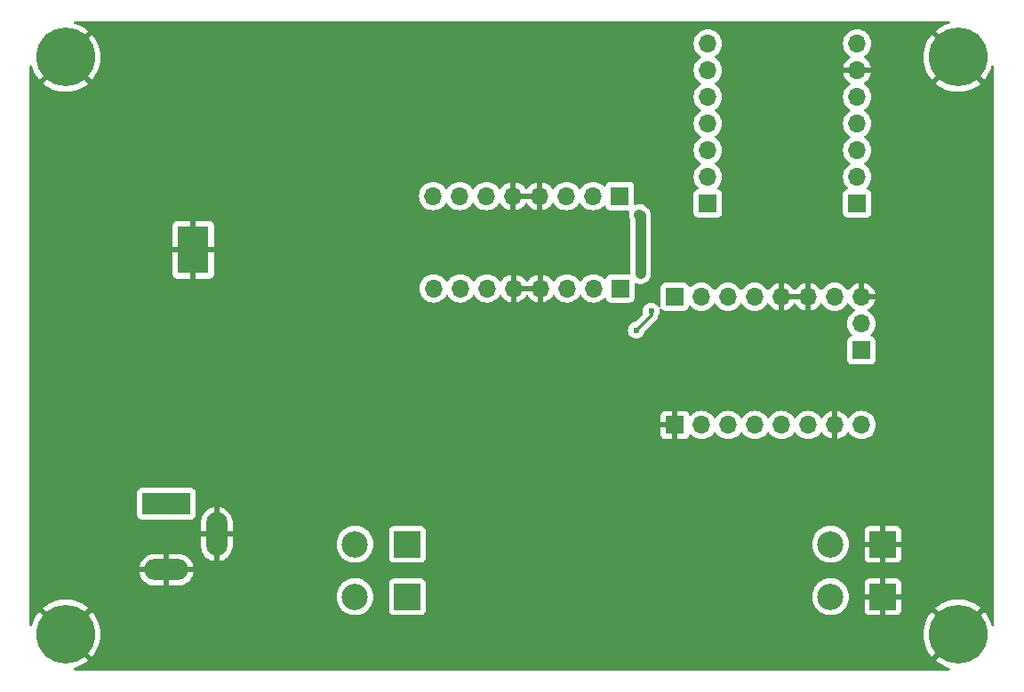
<source format=gbr>
%TF.GenerationSoftware,KiCad,Pcbnew,8.0.3*%
%TF.CreationDate,2024-07-18T15:34:31-04:00*%
%TF.ProjectId,DropGenPCB_FINAL,44726f70-4765-46e5-9043-425f46494e41,rev?*%
%TF.SameCoordinates,Original*%
%TF.FileFunction,Copper,L2,Bot*%
%TF.FilePolarity,Positive*%
%FSLAX46Y46*%
G04 Gerber Fmt 4.6, Leading zero omitted, Abs format (unit mm)*
G04 Created by KiCad (PCBNEW 8.0.3) date 2024-07-18 15:34:31*
%MOMM*%
%LPD*%
G01*
G04 APERTURE LIST*
%TA.AperFunction,ComponentPad*%
%ADD10C,0.600000*%
%TD*%
%TA.AperFunction,SMDPad,CuDef*%
%ADD11R,2.950000X4.500000*%
%TD*%
%TA.AperFunction,ComponentPad*%
%ADD12O,1.700000X1.700000*%
%TD*%
%TA.AperFunction,ComponentPad*%
%ADD13R,1.700000X1.700000*%
%TD*%
%TA.AperFunction,ComponentPad*%
%ADD14R,2.500000X2.500000*%
%TD*%
%TA.AperFunction,ComponentPad*%
%ADD15C,2.500000*%
%TD*%
%TA.AperFunction,ComponentPad*%
%ADD16C,5.600000*%
%TD*%
%TA.AperFunction,ComponentPad*%
%ADD17R,4.600000X2.000000*%
%TD*%
%TA.AperFunction,ComponentPad*%
%ADD18O,4.200000X2.000000*%
%TD*%
%TA.AperFunction,ComponentPad*%
%ADD19O,2.000000X4.200000*%
%TD*%
%TA.AperFunction,ViaPad*%
%ADD20C,0.700000*%
%TD*%
%TA.AperFunction,ViaPad*%
%ADD21C,0.600000*%
%TD*%
%TA.AperFunction,Conductor*%
%ADD22C,0.300000*%
%TD*%
%TA.AperFunction,Conductor*%
%ADD23C,1.000000*%
%TD*%
G04 APERTURE END LIST*
D10*
%TO.P,U4,9,GNDPAD*%
%TO.N,GND*%
X75885600Y-117741100D03*
X75885600Y-116541100D03*
X75885600Y-115241100D03*
X75885600Y-114141100D03*
D11*
X75285600Y-115941100D03*
D10*
X74685600Y-117741100D03*
X74685600Y-116541100D03*
X74685600Y-115241100D03*
X74685600Y-114141100D03*
%TD*%
D12*
%TO.P,U1,1,D0*%
%TO.N,unconnected-(U1-D0-Pad1)*%
X124311000Y-96294800D03*
%TO.P,U1,2,D1*%
%TO.N,unconnected-(U1-D1-Pad2)*%
X124311000Y-98834800D03*
%TO.P,U1,3,D2*%
%TO.N,Signal*%
X124311000Y-101374800D03*
%TO.P,U1,4,D3*%
%TO.N,IN3*%
X124311000Y-103914800D03*
%TO.P,U1,5,D4/SDA*%
%TO.N,IN4*%
X124311000Y-106454800D03*
%TO.P,U1,6,D5/SCL*%
%TO.N,unconnected-(U1-D5{slash}SCL-Pad6)*%
X124311000Y-108994800D03*
D13*
%TO.P,U1,7,D6/TX*%
%TO.N,unconnected-(U1-D6{slash}TX-Pad7)*%
X124311000Y-111534800D03*
%TO.P,U1,8,D7/RX*%
%TO.N,DIAG*%
X138535000Y-111534800D03*
D12*
%TO.P,U1,9,D8/SCR*%
%TO.N,STEP*%
X138535000Y-108994800D03*
%TO.P,U1,10,D9/MISO*%
%TO.N,DIR*%
X138535000Y-106454800D03*
%TO.P,U1,11,D10/MOSI*%
%TO.N,Trigger*%
X138535000Y-103914800D03*
%TO.P,U1,12,V3V*%
%TO.N,unconnected-(U1-V3V-Pad12)*%
X138535000Y-101374800D03*
%TO.P,U1,13,GND*%
%TO.N,GND*%
X138535000Y-98834800D03*
%TO.P,U1,14,USB/5V*%
%TO.N,+5V*%
X138535000Y-96294800D03*
%TD*%
D13*
%TO.P,U2,1,GND*%
%TO.N,GND*%
X121172400Y-132642100D03*
D12*
%TO.P,U2,2,VIO*%
%TO.N,+5V*%
X123712400Y-132642100D03*
%TO.P,U2,3,M2B*%
%TO.N,Net-(U2-M2B)*%
X126252400Y-132642100D03*
%TO.P,U2,4,M1B*%
%TO.N,Net-(U2-M1B)*%
X128792400Y-132642100D03*
%TO.P,U2,5,M1A*%
%TO.N,Net-(U2-M1A)*%
X131332400Y-132642100D03*
%TO.P,U2,6,M2A*%
%TO.N,Net-(U2-M2A)*%
X133872400Y-132642100D03*
%TO.P,U2,7,GND*%
%TO.N,GND*%
X136412400Y-132642100D03*
%TO.P,U2,8,VM*%
%TO.N,+5V*%
X138952400Y-132642100D03*
D13*
%TO.P,U2,9,DIAG*%
%TO.N,DIAG*%
X138931200Y-125526700D03*
D12*
%TO.P,U2,10,INDEX*%
%TO.N,unconnected-(U2-INDEX-Pad10)*%
X138931200Y-122986700D03*
%TO.P,U2,11,EN*%
%TO.N,GND*%
X138930400Y-120395900D03*
%TO.P,U2,12,MS1*%
%TO.N,+5V*%
X136390400Y-120395900D03*
%TO.P,U2,13,MS2*%
%TO.N,GND*%
X133850400Y-120395900D03*
%TO.P,U2,14,SPRD*%
X131310400Y-120395900D03*
%TO.P,U2,15,UART*%
%TO.N,+5V*%
X128770400Y-120395900D03*
%TO.P,U2,16,PDN*%
X126230400Y-120395900D03*
%TO.P,U2,17,STEP*%
%TO.N,STEP*%
X123690400Y-120395900D03*
D13*
%TO.P,U2,18,DIR*%
%TO.N,DIR*%
X121150400Y-120395900D03*
%TD*%
D14*
%TO.P,J5,1,Pin_1*%
%TO.N,Piezo 1*%
X95700000Y-149000000D03*
X95700000Y-144000000D03*
D15*
%TO.P,J5,2,Pin_2*%
%TO.N,Piezo 2*%
X90700000Y-149000000D03*
X90700000Y-144000000D03*
%TD*%
D14*
%TO.P,J4,1,Pin_1*%
%TO.N,GND*%
X141000000Y-149000000D03*
X141000000Y-144000000D03*
D15*
%TO.P,J4,2,Pin_2*%
%TO.N,Trigger*%
X136000000Y-149000000D03*
X136000000Y-144000000D03*
%TD*%
D16*
%TO.P,H4,1,1*%
%TO.N,GND*%
X148144200Y-152583000D03*
%TD*%
D17*
%TO.P,J3,1*%
%TO.N,+30V*%
X72730600Y-140131800D03*
D18*
%TO.P,J3,2*%
%TO.N,GND*%
X72730600Y-146431800D03*
D19*
%TO.P,J3,3*%
X77530600Y-143031800D03*
%TD*%
D16*
%TO.P,H3,1,1*%
%TO.N,GND*%
X63144200Y-152583000D03*
%TD*%
%TO.P,H2,1,1*%
%TO.N,GND*%
X63144200Y-97583000D03*
%TD*%
D12*
%TO.P,U3,1,ENB*%
%TO.N,unconnected-(U3-ENB-Pad1)*%
X98187200Y-119617800D03*
%TO.P,U3,2,IN3*%
%TO.N,IN3*%
X100727200Y-119617800D03*
%TO.P,U3,3,OUT3*%
%TO.N,Piezo 2*%
X103267200Y-119617800D03*
%TO.P,U3,4,GND*%
%TO.N,GND*%
X105807200Y-119617800D03*
%TO.P,U3,5,GND*%
X108347200Y-119617800D03*
%TO.P,U3,6,OUT4*%
%TO.N,Piezo 1*%
X110887200Y-119617800D03*
%TO.P,U3,7,IN4*%
%TO.N,IN4*%
X113427200Y-119617800D03*
D13*
%TO.P,U3,8,VCC*%
%TO.N,+30V*%
X115967200Y-119617800D03*
%TO.P,U3,9,ENA*%
%TO.N,unconnected-(U3-ENA-Pad9)*%
X115925600Y-110820200D03*
D12*
%TO.P,U3,10,IN1*%
%TO.N,unconnected-(U3-IN1-Pad10)*%
X113385600Y-110820200D03*
%TO.P,U3,11,OUT1*%
%TO.N,unconnected-(U3-OUT1-Pad11)*%
X110845600Y-110820200D03*
%TO.P,U3,12,GND*%
%TO.N,GND*%
X108305600Y-110820200D03*
%TO.P,U3,13,GND*%
X105765600Y-110820200D03*
%TO.P,U3,14,OUT2*%
%TO.N,unconnected-(U3-OUT2-Pad14)*%
X103225600Y-110820200D03*
%TO.P,U3,15,IN2*%
%TO.N,unconnected-(U3-IN2-Pad15)*%
X100685600Y-110820200D03*
%TO.P,U3,16,VM*%
%TO.N,+5V*%
X98145600Y-110820200D03*
%TD*%
D16*
%TO.P,H1,1,1*%
%TO.N,GND*%
X148144200Y-97583000D03*
%TD*%
D20*
%TO.N,GND*%
X108331000Y-121539000D03*
D21*
X74300000Y-119700000D03*
X63000000Y-108300000D03*
X71700000Y-103900000D03*
D20*
X80391000Y-106857800D03*
D21*
X62900000Y-105300000D03*
X123300000Y-151200000D03*
D20*
X63068200Y-111658400D03*
X108305600Y-108635800D03*
X65074800Y-111633000D03*
X124500000Y-125000000D03*
X122400000Y-128300000D03*
D21*
X107200000Y-152300000D03*
X76500000Y-108300000D03*
D20*
X67005200Y-111607600D03*
D21*
X74500000Y-109700000D03*
X72600000Y-111500000D03*
X68300000Y-103900000D03*
D20*
X120600000Y-99000000D03*
X68910200Y-111607600D03*
D21*
X76600000Y-119700000D03*
X65000000Y-103900000D03*
X76200000Y-103900000D03*
D20*
X80391000Y-104952800D03*
D21*
%TO.N,Signal*%
X118907107Y-121792893D03*
X117500000Y-123600000D03*
D20*
%TO.N,+5V*%
X117900000Y-118200000D03*
X117800000Y-112600000D03*
%TD*%
D22*
%TO.N,Signal*%
X118907107Y-121792893D02*
X118907107Y-122192893D01*
X118907107Y-122192893D02*
X117500000Y-123600000D01*
D23*
%TO.N,+5V*%
X117800000Y-112600000D02*
X117900000Y-112700000D01*
X117900000Y-112700000D02*
X117900000Y-118200000D01*
%TD*%
%TA.AperFunction,Conductor*%
%TO.N,GND*%
G36*
X133384475Y-120202907D02*
G01*
X133350400Y-120330074D01*
X133350400Y-120461726D01*
X133384475Y-120588893D01*
X133417388Y-120645900D01*
X131743412Y-120645900D01*
X131776325Y-120588893D01*
X131810400Y-120461726D01*
X131810400Y-120330074D01*
X131776325Y-120202907D01*
X131743412Y-120145900D01*
X133417388Y-120145900D01*
X133384475Y-120202907D01*
G37*
%TD.AperFunction*%
%TA.AperFunction,Conductor*%
G36*
X107881275Y-119424807D02*
G01*
X107847200Y-119551974D01*
X107847200Y-119683626D01*
X107881275Y-119810793D01*
X107914188Y-119867800D01*
X106240212Y-119867800D01*
X106273125Y-119810793D01*
X106307200Y-119683626D01*
X106307200Y-119551974D01*
X106273125Y-119424807D01*
X106240212Y-119367800D01*
X107914188Y-119367800D01*
X107881275Y-119424807D01*
G37*
%TD.AperFunction*%
%TA.AperFunction,Conductor*%
G36*
X107839675Y-110627207D02*
G01*
X107805600Y-110754374D01*
X107805600Y-110886026D01*
X107839675Y-111013193D01*
X107872588Y-111070200D01*
X106198612Y-111070200D01*
X106231525Y-111013193D01*
X106265600Y-110886026D01*
X106265600Y-110754374D01*
X106231525Y-110627207D01*
X106198612Y-110570200D01*
X107872588Y-110570200D01*
X107839675Y-110627207D01*
G37*
%TD.AperFunction*%
%TA.AperFunction,Conductor*%
G36*
X147317769Y-94169385D02*
G01*
X147363524Y-94222189D01*
X147373468Y-94291347D01*
X147344443Y-94354903D01*
X147285665Y-94392677D01*
X147277387Y-94394801D01*
X147260055Y-94398616D01*
X146920944Y-94512876D01*
X146920939Y-94512877D01*
X146596190Y-94663123D01*
X146289570Y-94847609D01*
X146289567Y-94847611D01*
X146004686Y-95064170D01*
X146004685Y-95064171D01*
X145991457Y-95076702D01*
X145991456Y-95076703D01*
X147203501Y-96288748D01*
X147101870Y-96362588D01*
X146923788Y-96540670D01*
X146849948Y-96642301D01*
X145640642Y-95432995D01*
X145640641Y-95432996D01*
X145513233Y-95582992D01*
X145312418Y-95879172D01*
X145144806Y-96195322D01*
X145144797Y-96195340D01*
X145012349Y-96527760D01*
X145012347Y-96527767D01*
X144916621Y-96872542D01*
X144916615Y-96872568D01*
X144858727Y-97225668D01*
X144858726Y-97225685D01*
X144839353Y-97582997D01*
X144839353Y-97583002D01*
X144858726Y-97940314D01*
X144858727Y-97940331D01*
X144916615Y-98293431D01*
X144916621Y-98293457D01*
X145012347Y-98638232D01*
X145012349Y-98638239D01*
X145144797Y-98970659D01*
X145144806Y-98970677D01*
X145312418Y-99286827D01*
X145513224Y-99582994D01*
X145513235Y-99583008D01*
X145640641Y-99733002D01*
X145640642Y-99733002D01*
X146849947Y-98523697D01*
X146923788Y-98625330D01*
X147101870Y-98803412D01*
X147203500Y-98877251D01*
X145991457Y-100089294D01*
X146004695Y-100101836D01*
X146289567Y-100318388D01*
X146289570Y-100318390D01*
X146596190Y-100502876D01*
X146920939Y-100653122D01*
X146920944Y-100653123D01*
X147260055Y-100767383D01*
X147609539Y-100844311D01*
X147965275Y-100882999D01*
X147965285Y-100883000D01*
X148323115Y-100883000D01*
X148323124Y-100882999D01*
X148678860Y-100844311D01*
X149028344Y-100767383D01*
X149367455Y-100653123D01*
X149367460Y-100653122D01*
X149692209Y-100502876D01*
X149998829Y-100318390D01*
X149998832Y-100318388D01*
X150283709Y-100101831D01*
X150296942Y-100089295D01*
X150296942Y-100089294D01*
X149084899Y-98877251D01*
X149186530Y-98803412D01*
X149364612Y-98625330D01*
X149438451Y-98523698D01*
X150647756Y-99733002D01*
X150775172Y-99582998D01*
X150775175Y-99582994D01*
X150975981Y-99286827D01*
X151143593Y-98970677D01*
X151143602Y-98970659D01*
X151276050Y-98638239D01*
X151276052Y-98638232D01*
X151334020Y-98429452D01*
X151370922Y-98370122D01*
X151434042Y-98340161D01*
X151503340Y-98349082D01*
X151556814Y-98394052D01*
X151577486Y-98460793D01*
X151577500Y-98462625D01*
X151577500Y-151703374D01*
X151557815Y-151770413D01*
X151505011Y-151816168D01*
X151435853Y-151826112D01*
X151372297Y-151797087D01*
X151334523Y-151738309D01*
X151334020Y-151736548D01*
X151276051Y-151527762D01*
X151276050Y-151527760D01*
X151143602Y-151195340D01*
X151143593Y-151195322D01*
X150975981Y-150879172D01*
X150775175Y-150583005D01*
X150775164Y-150582991D01*
X150647756Y-150432996D01*
X149438451Y-151642301D01*
X149364612Y-151540670D01*
X149186530Y-151362588D01*
X149084898Y-151288748D01*
X150296942Y-150076704D01*
X150283704Y-150064163D01*
X149998832Y-149847611D01*
X149998829Y-149847609D01*
X149692209Y-149663123D01*
X149367460Y-149512877D01*
X149367455Y-149512876D01*
X149028344Y-149398616D01*
X148678860Y-149321688D01*
X148323124Y-149283000D01*
X147965275Y-149283000D01*
X147609539Y-149321688D01*
X147260055Y-149398616D01*
X146920944Y-149512876D01*
X146920939Y-149512877D01*
X146596190Y-149663123D01*
X146289570Y-149847609D01*
X146289567Y-149847611D01*
X146004686Y-150064170D01*
X146004685Y-150064171D01*
X145991457Y-150076702D01*
X145991456Y-150076703D01*
X147203501Y-151288748D01*
X147101870Y-151362588D01*
X146923788Y-151540670D01*
X146849948Y-151642301D01*
X145640642Y-150432995D01*
X145640641Y-150432996D01*
X145513233Y-150582992D01*
X145312418Y-150879172D01*
X145144806Y-151195322D01*
X145144797Y-151195340D01*
X145012349Y-151527760D01*
X145012347Y-151527767D01*
X144916621Y-151872542D01*
X144916615Y-151872568D01*
X144858727Y-152225668D01*
X144858726Y-152225685D01*
X144839353Y-152582997D01*
X144839353Y-152583002D01*
X144858726Y-152940314D01*
X144858727Y-152940331D01*
X144916615Y-153293431D01*
X144916621Y-153293457D01*
X145012347Y-153638232D01*
X145012349Y-153638239D01*
X145144797Y-153970659D01*
X145144806Y-153970677D01*
X145312418Y-154286827D01*
X145513224Y-154582994D01*
X145513235Y-154583008D01*
X145640641Y-154733002D01*
X145640642Y-154733002D01*
X146849947Y-153523697D01*
X146923788Y-153625330D01*
X147101870Y-153803412D01*
X147203500Y-153877251D01*
X145991457Y-155089294D01*
X146004695Y-155101836D01*
X146289567Y-155318388D01*
X146289570Y-155318390D01*
X146596190Y-155502876D01*
X146920939Y-155653122D01*
X146920944Y-155653123D01*
X147260055Y-155767383D01*
X147277387Y-155771199D01*
X147338627Y-155804835D01*
X147371961Y-155866241D01*
X147366805Y-155935920D01*
X147324796Y-155991750D01*
X147259271Y-156016005D01*
X147250730Y-156016300D01*
X64037670Y-156016300D01*
X63970631Y-155996615D01*
X63924876Y-155943811D01*
X63914932Y-155874653D01*
X63943957Y-155811097D01*
X64002735Y-155773323D01*
X64011013Y-155771199D01*
X64028344Y-155767383D01*
X64367455Y-155653123D01*
X64367460Y-155653122D01*
X64692209Y-155502876D01*
X64998829Y-155318390D01*
X64998832Y-155318388D01*
X65283709Y-155101831D01*
X65296942Y-155089295D01*
X64084898Y-153877251D01*
X64186530Y-153803412D01*
X64364612Y-153625330D01*
X64438451Y-153523698D01*
X65647756Y-154733002D01*
X65775172Y-154582998D01*
X65775175Y-154582994D01*
X65975981Y-154286827D01*
X66143593Y-153970677D01*
X66143602Y-153970659D01*
X66276050Y-153638239D01*
X66276052Y-153638232D01*
X66371778Y-153293457D01*
X66371784Y-153293431D01*
X66429672Y-152940331D01*
X66429673Y-152940314D01*
X66449047Y-152583002D01*
X66449047Y-152582997D01*
X66429673Y-152225685D01*
X66429672Y-152225668D01*
X66371784Y-151872568D01*
X66371778Y-151872542D01*
X66276052Y-151527767D01*
X66276050Y-151527760D01*
X66143602Y-151195340D01*
X66143593Y-151195322D01*
X65975981Y-150879172D01*
X65775175Y-150583005D01*
X65775164Y-150582991D01*
X65647756Y-150432996D01*
X64438451Y-151642301D01*
X64364612Y-151540670D01*
X64186530Y-151362588D01*
X64084898Y-151288748D01*
X65296942Y-150076704D01*
X65283704Y-150064163D01*
X64998832Y-149847611D01*
X64998829Y-149847609D01*
X64692209Y-149663123D01*
X64367460Y-149512877D01*
X64367455Y-149512876D01*
X64028344Y-149398616D01*
X63678860Y-149321688D01*
X63323124Y-149283000D01*
X62965275Y-149283000D01*
X62609539Y-149321688D01*
X62260055Y-149398616D01*
X61920944Y-149512876D01*
X61920939Y-149512877D01*
X61596190Y-149663123D01*
X61289570Y-149847609D01*
X61289567Y-149847611D01*
X61004686Y-150064170D01*
X61004685Y-150064171D01*
X60991457Y-150076702D01*
X60991456Y-150076703D01*
X62203501Y-151288748D01*
X62101870Y-151362588D01*
X61923788Y-151540670D01*
X61849948Y-151642301D01*
X60640642Y-150432995D01*
X60640641Y-150432996D01*
X60513233Y-150582992D01*
X60312418Y-150879172D01*
X60144806Y-151195322D01*
X60144797Y-151195340D01*
X60012349Y-151527760D01*
X60012348Y-151527762D01*
X59954380Y-151736548D01*
X59917478Y-151795877D01*
X59854358Y-151825838D01*
X59785060Y-151816917D01*
X59731586Y-151771947D01*
X59710914Y-151705206D01*
X59710900Y-151703374D01*
X59710900Y-148999995D01*
X88944592Y-148999995D01*
X88944592Y-149000004D01*
X88964196Y-149261620D01*
X88964197Y-149261625D01*
X89022576Y-149517402D01*
X89022578Y-149517411D01*
X89022580Y-149517416D01*
X89118432Y-149761643D01*
X89249614Y-149988857D01*
X89309675Y-150064171D01*
X89413198Y-150193985D01*
X89525163Y-150297872D01*
X89605521Y-150372433D01*
X89822296Y-150520228D01*
X89822301Y-150520230D01*
X89822302Y-150520231D01*
X89822303Y-150520232D01*
X89947843Y-150580688D01*
X90058673Y-150634061D01*
X90058674Y-150634061D01*
X90058677Y-150634063D01*
X90309385Y-150711396D01*
X90568818Y-150750500D01*
X90831182Y-150750500D01*
X91090615Y-150711396D01*
X91341323Y-150634063D01*
X91577704Y-150520228D01*
X91794479Y-150372433D01*
X91986805Y-150193981D01*
X92150386Y-149988857D01*
X92281568Y-149761643D01*
X92377420Y-149517416D01*
X92435802Y-149261630D01*
X92440107Y-149204182D01*
X92455408Y-149000004D01*
X92455408Y-148999995D01*
X92435803Y-148738379D01*
X92435802Y-148738374D01*
X92435802Y-148738370D01*
X92377420Y-148482584D01*
X92281568Y-148238357D01*
X92150386Y-148011143D01*
X91986805Y-147806019D01*
X91986804Y-147806018D01*
X91986801Y-147806014D01*
X91874845Y-147702135D01*
X93949500Y-147702135D01*
X93949500Y-150297870D01*
X93949501Y-150297876D01*
X93955908Y-150357483D01*
X94006202Y-150492328D01*
X94006206Y-150492335D01*
X94092452Y-150607544D01*
X94092455Y-150607547D01*
X94207664Y-150693793D01*
X94207671Y-150693797D01*
X94342517Y-150744091D01*
X94342516Y-150744091D01*
X94349444Y-150744835D01*
X94402127Y-150750500D01*
X96997872Y-150750499D01*
X97057483Y-150744091D01*
X97192331Y-150693796D01*
X97307546Y-150607546D01*
X97393796Y-150492331D01*
X97444091Y-150357483D01*
X97450500Y-150297873D01*
X97450499Y-148999995D01*
X134244592Y-148999995D01*
X134244592Y-149000004D01*
X134264196Y-149261620D01*
X134264197Y-149261625D01*
X134322576Y-149517402D01*
X134322578Y-149517411D01*
X134322580Y-149517416D01*
X134418432Y-149761643D01*
X134549614Y-149988857D01*
X134609675Y-150064171D01*
X134713198Y-150193985D01*
X134825163Y-150297872D01*
X134905521Y-150372433D01*
X135122296Y-150520228D01*
X135122301Y-150520230D01*
X135122302Y-150520231D01*
X135122303Y-150520232D01*
X135247843Y-150580688D01*
X135358673Y-150634061D01*
X135358674Y-150634061D01*
X135358677Y-150634063D01*
X135609385Y-150711396D01*
X135868818Y-150750500D01*
X136131182Y-150750500D01*
X136390615Y-150711396D01*
X136641323Y-150634063D01*
X136877704Y-150520228D01*
X137094479Y-150372433D01*
X137286805Y-150193981D01*
X137450386Y-149988857D01*
X137581568Y-149761643D01*
X137677420Y-149517416D01*
X137735802Y-149261630D01*
X137740107Y-149204182D01*
X137755408Y-149000004D01*
X137755408Y-148999995D01*
X137735803Y-148738379D01*
X137735802Y-148738374D01*
X137735802Y-148738370D01*
X137677420Y-148482584D01*
X137581568Y-148238357D01*
X137450386Y-148011143D01*
X137286805Y-147806019D01*
X137286804Y-147806018D01*
X137286801Y-147806014D01*
X137174867Y-147702155D01*
X139250000Y-147702155D01*
X139250000Y-148750000D01*
X140345880Y-148750000D01*
X140326902Y-148795818D01*
X140300001Y-148931056D01*
X140300001Y-149068944D01*
X140326902Y-149204182D01*
X140345880Y-149250000D01*
X139250000Y-149250000D01*
X139250000Y-150297844D01*
X139256401Y-150357372D01*
X139256403Y-150357379D01*
X139306645Y-150492086D01*
X139306649Y-150492093D01*
X139392809Y-150607187D01*
X139392812Y-150607190D01*
X139507906Y-150693350D01*
X139507913Y-150693354D01*
X139642620Y-150743596D01*
X139642627Y-150743598D01*
X139702155Y-150749999D01*
X139702172Y-150750000D01*
X140750000Y-150750000D01*
X140750000Y-149654119D01*
X140795818Y-149673098D01*
X140931056Y-149699999D01*
X141068944Y-149699999D01*
X141204182Y-149673098D01*
X141250000Y-149654119D01*
X141250000Y-150750000D01*
X142297828Y-150750000D01*
X142297844Y-150749999D01*
X142357372Y-150743598D01*
X142357379Y-150743596D01*
X142492086Y-150693354D01*
X142492093Y-150693350D01*
X142607187Y-150607190D01*
X142607190Y-150607187D01*
X142693350Y-150492093D01*
X142693354Y-150492086D01*
X142743596Y-150357379D01*
X142743598Y-150357372D01*
X142749999Y-150297844D01*
X142750000Y-150297827D01*
X142750000Y-149250000D01*
X141654120Y-149250000D01*
X141673098Y-149204182D01*
X141699999Y-149068944D01*
X141699999Y-148931056D01*
X141673098Y-148795818D01*
X141654120Y-148750000D01*
X142750000Y-148750000D01*
X142750000Y-147702172D01*
X142749999Y-147702155D01*
X142743598Y-147642627D01*
X142743596Y-147642620D01*
X142693354Y-147507913D01*
X142693350Y-147507906D01*
X142607190Y-147392812D01*
X142607187Y-147392809D01*
X142492093Y-147306649D01*
X142492086Y-147306645D01*
X142357379Y-147256403D01*
X142357372Y-147256401D01*
X142297844Y-147250000D01*
X141250000Y-147250000D01*
X141250000Y-148345880D01*
X141204182Y-148326902D01*
X141068944Y-148300001D01*
X140931056Y-148300001D01*
X140795818Y-148326902D01*
X140750000Y-148345880D01*
X140750000Y-147250000D01*
X139702155Y-147250000D01*
X139642627Y-147256401D01*
X139642620Y-147256403D01*
X139507913Y-147306645D01*
X139507906Y-147306649D01*
X139392812Y-147392809D01*
X139392809Y-147392812D01*
X139306649Y-147507906D01*
X139306645Y-147507913D01*
X139256403Y-147642620D01*
X139256401Y-147642627D01*
X139250000Y-147702155D01*
X137174867Y-147702155D01*
X137094479Y-147627567D01*
X137018746Y-147575933D01*
X136877704Y-147479772D01*
X136877700Y-147479770D01*
X136877697Y-147479768D01*
X136877696Y-147479767D01*
X136641325Y-147365938D01*
X136641327Y-147365938D01*
X136390623Y-147288606D01*
X136390619Y-147288605D01*
X136390615Y-147288604D01*
X136265823Y-147269794D01*
X136131187Y-147249500D01*
X136131182Y-147249500D01*
X135868818Y-147249500D01*
X135868812Y-147249500D01*
X135707247Y-147273853D01*
X135609385Y-147288604D01*
X135609382Y-147288605D01*
X135609376Y-147288606D01*
X135358673Y-147365938D01*
X135122303Y-147479767D01*
X135122302Y-147479768D01*
X134905520Y-147627567D01*
X134713198Y-147806014D01*
X134549614Y-148011143D01*
X134418432Y-148238356D01*
X134322582Y-148482578D01*
X134322576Y-148482597D01*
X134264197Y-148738374D01*
X134264196Y-148738379D01*
X134244592Y-148999995D01*
X97450499Y-148999995D01*
X97450499Y-147702128D01*
X97444091Y-147642517D01*
X97393884Y-147507906D01*
X97393797Y-147507671D01*
X97393793Y-147507664D01*
X97307547Y-147392455D01*
X97307544Y-147392452D01*
X97192335Y-147306206D01*
X97192328Y-147306202D01*
X97057482Y-147255908D01*
X97057483Y-147255908D01*
X96997883Y-147249501D01*
X96997881Y-147249500D01*
X96997873Y-147249500D01*
X96997864Y-147249500D01*
X94402129Y-147249500D01*
X94402123Y-147249501D01*
X94342516Y-147255908D01*
X94207671Y-147306202D01*
X94207664Y-147306206D01*
X94092455Y-147392452D01*
X94092452Y-147392455D01*
X94006206Y-147507664D01*
X94006202Y-147507671D01*
X93955908Y-147642517D01*
X93949501Y-147702116D01*
X93949501Y-147702123D01*
X93949500Y-147702135D01*
X91874845Y-147702135D01*
X91794479Y-147627567D01*
X91718746Y-147575933D01*
X91577704Y-147479772D01*
X91577700Y-147479770D01*
X91577697Y-147479768D01*
X91577696Y-147479767D01*
X91341325Y-147365938D01*
X91341327Y-147365938D01*
X91090623Y-147288606D01*
X91090619Y-147288605D01*
X91090615Y-147288604D01*
X90965823Y-147269794D01*
X90831187Y-147249500D01*
X90831182Y-147249500D01*
X90568818Y-147249500D01*
X90568812Y-147249500D01*
X90407247Y-147273853D01*
X90309385Y-147288604D01*
X90309382Y-147288605D01*
X90309376Y-147288606D01*
X90058673Y-147365938D01*
X89822303Y-147479767D01*
X89822302Y-147479768D01*
X89605520Y-147627567D01*
X89413198Y-147806014D01*
X89249614Y-148011143D01*
X89118432Y-148238356D01*
X89022582Y-148482578D01*
X89022576Y-148482597D01*
X88964197Y-148738374D01*
X88964196Y-148738379D01*
X88944592Y-148999995D01*
X59710900Y-148999995D01*
X59710900Y-146181800D01*
X70151498Y-146181800D01*
X71197588Y-146181800D01*
X71164675Y-146238807D01*
X71130600Y-146365974D01*
X71130600Y-146497626D01*
X71164675Y-146624793D01*
X71197588Y-146681800D01*
X70151498Y-146681800D01*
X70167534Y-146783047D01*
X70240497Y-147007602D01*
X70347685Y-147217971D01*
X70486466Y-147408986D01*
X70653413Y-147575933D01*
X70844428Y-147714714D01*
X71054797Y-147821902D01*
X71279352Y-147894865D01*
X71279351Y-147894865D01*
X71512548Y-147931800D01*
X72480600Y-147931800D01*
X72480600Y-146931800D01*
X72980600Y-146931800D01*
X72980600Y-147931800D01*
X73948652Y-147931800D01*
X74181847Y-147894865D01*
X74406402Y-147821902D01*
X74616771Y-147714714D01*
X74807786Y-147575933D01*
X74974733Y-147408986D01*
X75113514Y-147217971D01*
X75220702Y-147007602D01*
X75293665Y-146783047D01*
X75309702Y-146681800D01*
X74263612Y-146681800D01*
X74296525Y-146624793D01*
X74330600Y-146497626D01*
X74330600Y-146365974D01*
X74296525Y-146238807D01*
X74263612Y-146181800D01*
X75309702Y-146181800D01*
X75293665Y-146080552D01*
X75220702Y-145855997D01*
X75113514Y-145645628D01*
X74974733Y-145454613D01*
X74807786Y-145287666D01*
X74616771Y-145148885D01*
X74406402Y-145041697D01*
X74181847Y-144968734D01*
X74181848Y-144968734D01*
X73948652Y-144931800D01*
X72980600Y-144931800D01*
X72980600Y-145931800D01*
X72480600Y-145931800D01*
X72480600Y-144931800D01*
X71512548Y-144931800D01*
X71279352Y-144968734D01*
X71054797Y-145041697D01*
X70844428Y-145148885D01*
X70653413Y-145287666D01*
X70486466Y-145454613D01*
X70347685Y-145645628D01*
X70240497Y-145855997D01*
X70167534Y-146080552D01*
X70151498Y-146181800D01*
X59710900Y-146181800D01*
X59710900Y-141813747D01*
X76030600Y-141813747D01*
X76030600Y-142781800D01*
X77030600Y-142781800D01*
X77030600Y-143281800D01*
X76030600Y-143281800D01*
X76030600Y-144249852D01*
X76067534Y-144483047D01*
X76140497Y-144707602D01*
X76247685Y-144917971D01*
X76386466Y-145108986D01*
X76553413Y-145275933D01*
X76744428Y-145414714D01*
X76954795Y-145521902D01*
X77179344Y-145594863D01*
X77179350Y-145594865D01*
X77280600Y-145610901D01*
X77280600Y-144564812D01*
X77337607Y-144597725D01*
X77464774Y-144631800D01*
X77596426Y-144631800D01*
X77723593Y-144597725D01*
X77780600Y-144564812D01*
X77780600Y-145610900D01*
X77881849Y-145594865D01*
X77881855Y-145594863D01*
X78106404Y-145521902D01*
X78316771Y-145414714D01*
X78507786Y-145275933D01*
X78674733Y-145108986D01*
X78813514Y-144917971D01*
X78920702Y-144707602D01*
X78993665Y-144483047D01*
X79030600Y-144249852D01*
X79030600Y-143999995D01*
X88944592Y-143999995D01*
X88944592Y-144000004D01*
X88964196Y-144261620D01*
X88964197Y-144261625D01*
X89022576Y-144517402D01*
X89022578Y-144517411D01*
X89022580Y-144517416D01*
X89118432Y-144761643D01*
X89249614Y-144988857D01*
X89291753Y-145041697D01*
X89413198Y-145193985D01*
X89525163Y-145297872D01*
X89605521Y-145372433D01*
X89822296Y-145520228D01*
X89822301Y-145520230D01*
X89822302Y-145520231D01*
X89822303Y-145520232D01*
X89947843Y-145580688D01*
X90058673Y-145634061D01*
X90058674Y-145634061D01*
X90058677Y-145634063D01*
X90309385Y-145711396D01*
X90568818Y-145750500D01*
X90831182Y-145750500D01*
X91090615Y-145711396D01*
X91341323Y-145634063D01*
X91577704Y-145520228D01*
X91794479Y-145372433D01*
X91986805Y-145193981D01*
X92150386Y-144988857D01*
X92281568Y-144761643D01*
X92377420Y-144517416D01*
X92435802Y-144261630D01*
X92440107Y-144204182D01*
X92455408Y-144000004D01*
X92455408Y-143999995D01*
X92435803Y-143738379D01*
X92435802Y-143738374D01*
X92435802Y-143738370D01*
X92377420Y-143482584D01*
X92281568Y-143238357D01*
X92150386Y-143011143D01*
X91986805Y-142806019D01*
X91986804Y-142806018D01*
X91986801Y-142806014D01*
X91874845Y-142702135D01*
X93949500Y-142702135D01*
X93949500Y-145297870D01*
X93949501Y-145297876D01*
X93955908Y-145357483D01*
X94006202Y-145492328D01*
X94006206Y-145492335D01*
X94092452Y-145607544D01*
X94092455Y-145607547D01*
X94207664Y-145693793D01*
X94207671Y-145693797D01*
X94342517Y-145744091D01*
X94342516Y-145744091D01*
X94349444Y-145744835D01*
X94402127Y-145750500D01*
X96997872Y-145750499D01*
X97057483Y-145744091D01*
X97192331Y-145693796D01*
X97307546Y-145607546D01*
X97393796Y-145492331D01*
X97444091Y-145357483D01*
X97450500Y-145297873D01*
X97450499Y-143999995D01*
X134244592Y-143999995D01*
X134244592Y-144000004D01*
X134264196Y-144261620D01*
X134264197Y-144261625D01*
X134322576Y-144517402D01*
X134322578Y-144517411D01*
X134322580Y-144517416D01*
X134418432Y-144761643D01*
X134549614Y-144988857D01*
X134591753Y-145041697D01*
X134713198Y-145193985D01*
X134825163Y-145297872D01*
X134905521Y-145372433D01*
X135122296Y-145520228D01*
X135122301Y-145520230D01*
X135122302Y-145520231D01*
X135122303Y-145520232D01*
X135247843Y-145580688D01*
X135358673Y-145634061D01*
X135358674Y-145634061D01*
X135358677Y-145634063D01*
X135609385Y-145711396D01*
X135868818Y-145750500D01*
X136131182Y-145750500D01*
X136390615Y-145711396D01*
X136641323Y-145634063D01*
X136877704Y-145520228D01*
X137094479Y-145372433D01*
X137286805Y-145193981D01*
X137450386Y-144988857D01*
X137581568Y-144761643D01*
X137677420Y-144517416D01*
X137735802Y-144261630D01*
X137740107Y-144204182D01*
X137755408Y-144000004D01*
X137755408Y-143999995D01*
X137735803Y-143738379D01*
X137735802Y-143738374D01*
X137735802Y-143738370D01*
X137677420Y-143482584D01*
X137581568Y-143238357D01*
X137450386Y-143011143D01*
X137286805Y-142806019D01*
X137286804Y-142806018D01*
X137286801Y-142806014D01*
X137174867Y-142702155D01*
X139250000Y-142702155D01*
X139250000Y-143750000D01*
X140345880Y-143750000D01*
X140326902Y-143795818D01*
X140300001Y-143931056D01*
X140300001Y-144068944D01*
X140326902Y-144204182D01*
X140345880Y-144250000D01*
X139250000Y-144250000D01*
X139250000Y-145297844D01*
X139256401Y-145357372D01*
X139256403Y-145357379D01*
X139306645Y-145492086D01*
X139306649Y-145492093D01*
X139392809Y-145607187D01*
X139392812Y-145607190D01*
X139507906Y-145693350D01*
X139507913Y-145693354D01*
X139642620Y-145743596D01*
X139642627Y-145743598D01*
X139702155Y-145749999D01*
X139702172Y-145750000D01*
X140750000Y-145750000D01*
X140750000Y-144654119D01*
X140795818Y-144673098D01*
X140931056Y-144699999D01*
X141068944Y-144699999D01*
X141204182Y-144673098D01*
X141250000Y-144654119D01*
X141250000Y-145750000D01*
X142297828Y-145750000D01*
X142297844Y-145749999D01*
X142357372Y-145743598D01*
X142357379Y-145743596D01*
X142492086Y-145693354D01*
X142492093Y-145693350D01*
X142607187Y-145607190D01*
X142607190Y-145607187D01*
X142693350Y-145492093D01*
X142693354Y-145492086D01*
X142743596Y-145357379D01*
X142743598Y-145357372D01*
X142749999Y-145297844D01*
X142750000Y-145297827D01*
X142750000Y-144250000D01*
X141654120Y-144250000D01*
X141673098Y-144204182D01*
X141699999Y-144068944D01*
X141699999Y-143931056D01*
X141673098Y-143795818D01*
X141654120Y-143750000D01*
X142750000Y-143750000D01*
X142750000Y-142702172D01*
X142749999Y-142702155D01*
X142743598Y-142642627D01*
X142743596Y-142642620D01*
X142693354Y-142507913D01*
X142693350Y-142507906D01*
X142607190Y-142392812D01*
X142607187Y-142392809D01*
X142492093Y-142306649D01*
X142492086Y-142306645D01*
X142357379Y-142256403D01*
X142357372Y-142256401D01*
X142297844Y-142250000D01*
X141250000Y-142250000D01*
X141250000Y-143345880D01*
X141204182Y-143326902D01*
X141068944Y-143300001D01*
X140931056Y-143300001D01*
X140795818Y-143326902D01*
X140750000Y-143345880D01*
X140750000Y-142250000D01*
X139702155Y-142250000D01*
X139642627Y-142256401D01*
X139642620Y-142256403D01*
X139507913Y-142306645D01*
X139507906Y-142306649D01*
X139392812Y-142392809D01*
X139392809Y-142392812D01*
X139306649Y-142507906D01*
X139306645Y-142507913D01*
X139256403Y-142642620D01*
X139256401Y-142642627D01*
X139250000Y-142702155D01*
X137174867Y-142702155D01*
X137094479Y-142627567D01*
X136877704Y-142479772D01*
X136877700Y-142479770D01*
X136877697Y-142479768D01*
X136877696Y-142479767D01*
X136641325Y-142365938D01*
X136641327Y-142365938D01*
X136390623Y-142288606D01*
X136390619Y-142288605D01*
X136390615Y-142288604D01*
X136265823Y-142269794D01*
X136131187Y-142249500D01*
X136131182Y-142249500D01*
X135868818Y-142249500D01*
X135868812Y-142249500D01*
X135707247Y-142273853D01*
X135609385Y-142288604D01*
X135609382Y-142288605D01*
X135609376Y-142288606D01*
X135358673Y-142365938D01*
X135122303Y-142479767D01*
X135122302Y-142479768D01*
X134905520Y-142627567D01*
X134713198Y-142806014D01*
X134549614Y-143011143D01*
X134418432Y-143238356D01*
X134322582Y-143482578D01*
X134322576Y-143482597D01*
X134264197Y-143738374D01*
X134264196Y-143738379D01*
X134244592Y-143999995D01*
X97450499Y-143999995D01*
X97450499Y-142702128D01*
X97444091Y-142642517D01*
X97393884Y-142507906D01*
X97393797Y-142507671D01*
X97393793Y-142507664D01*
X97307547Y-142392455D01*
X97307544Y-142392452D01*
X97192335Y-142306206D01*
X97192328Y-142306202D01*
X97057482Y-142255908D01*
X97057483Y-142255908D01*
X96997883Y-142249501D01*
X96997881Y-142249500D01*
X96997873Y-142249500D01*
X96997864Y-142249500D01*
X94402129Y-142249500D01*
X94402123Y-142249501D01*
X94342516Y-142255908D01*
X94207671Y-142306202D01*
X94207664Y-142306206D01*
X94092455Y-142392452D01*
X94092452Y-142392455D01*
X94006206Y-142507664D01*
X94006202Y-142507671D01*
X93955908Y-142642517D01*
X93949501Y-142702116D01*
X93949501Y-142702123D01*
X93949500Y-142702135D01*
X91874845Y-142702135D01*
X91794479Y-142627567D01*
X91577704Y-142479772D01*
X91577700Y-142479770D01*
X91577697Y-142479768D01*
X91577696Y-142479767D01*
X91341325Y-142365938D01*
X91341327Y-142365938D01*
X91090623Y-142288606D01*
X91090619Y-142288605D01*
X91090615Y-142288604D01*
X90965823Y-142269794D01*
X90831187Y-142249500D01*
X90831182Y-142249500D01*
X90568818Y-142249500D01*
X90568812Y-142249500D01*
X90407247Y-142273853D01*
X90309385Y-142288604D01*
X90309382Y-142288605D01*
X90309376Y-142288606D01*
X90058673Y-142365938D01*
X89822303Y-142479767D01*
X89822302Y-142479768D01*
X89605520Y-142627567D01*
X89413198Y-142806014D01*
X89249614Y-143011143D01*
X89118432Y-143238356D01*
X89022582Y-143482578D01*
X89022576Y-143482597D01*
X88964197Y-143738374D01*
X88964196Y-143738379D01*
X88944592Y-143999995D01*
X79030600Y-143999995D01*
X79030600Y-143281800D01*
X78030600Y-143281800D01*
X78030600Y-142781800D01*
X79030600Y-142781800D01*
X79030600Y-141813747D01*
X78993665Y-141580552D01*
X78920702Y-141355997D01*
X78813514Y-141145628D01*
X78674733Y-140954613D01*
X78507786Y-140787666D01*
X78316771Y-140648885D01*
X78106402Y-140541697D01*
X77881847Y-140468734D01*
X77780600Y-140452697D01*
X77780600Y-141498788D01*
X77723593Y-141465875D01*
X77596426Y-141431800D01*
X77464774Y-141431800D01*
X77337607Y-141465875D01*
X77280600Y-141498788D01*
X77280600Y-140452697D01*
X77179352Y-140468734D01*
X76954797Y-140541697D01*
X76744428Y-140648885D01*
X76553413Y-140787666D01*
X76386466Y-140954613D01*
X76247685Y-141145628D01*
X76140497Y-141355997D01*
X76067534Y-141580552D01*
X76030600Y-141813747D01*
X59710900Y-141813747D01*
X59710900Y-139083935D01*
X69930100Y-139083935D01*
X69930100Y-141179670D01*
X69930101Y-141179676D01*
X69936508Y-141239283D01*
X69986802Y-141374128D01*
X69986806Y-141374135D01*
X70073052Y-141489344D01*
X70073055Y-141489347D01*
X70188264Y-141575593D01*
X70188271Y-141575597D01*
X70323117Y-141625891D01*
X70323116Y-141625891D01*
X70330044Y-141626635D01*
X70382727Y-141632300D01*
X75078472Y-141632299D01*
X75138083Y-141625891D01*
X75272931Y-141575596D01*
X75388146Y-141489346D01*
X75474396Y-141374131D01*
X75524691Y-141239283D01*
X75531100Y-141179673D01*
X75531099Y-139083928D01*
X75524691Y-139024317D01*
X75474396Y-138889469D01*
X75474395Y-138889468D01*
X75474393Y-138889464D01*
X75388147Y-138774255D01*
X75388144Y-138774252D01*
X75272935Y-138688006D01*
X75272928Y-138688002D01*
X75138082Y-138637708D01*
X75138083Y-138637708D01*
X75078483Y-138631301D01*
X75078481Y-138631300D01*
X75078473Y-138631300D01*
X75078464Y-138631300D01*
X70382729Y-138631300D01*
X70382723Y-138631301D01*
X70323116Y-138637708D01*
X70188271Y-138688002D01*
X70188264Y-138688006D01*
X70073055Y-138774252D01*
X70073052Y-138774255D01*
X69986806Y-138889464D01*
X69986802Y-138889471D01*
X69936508Y-139024317D01*
X69930101Y-139083916D01*
X69930101Y-139083923D01*
X69930100Y-139083935D01*
X59710900Y-139083935D01*
X59710900Y-131744255D01*
X119822400Y-131744255D01*
X119822400Y-132392100D01*
X120739388Y-132392100D01*
X120706475Y-132449107D01*
X120672400Y-132576274D01*
X120672400Y-132707926D01*
X120706475Y-132835093D01*
X120739388Y-132892100D01*
X119822400Y-132892100D01*
X119822400Y-133539944D01*
X119828801Y-133599472D01*
X119828803Y-133599479D01*
X119879045Y-133734186D01*
X119879049Y-133734193D01*
X119965209Y-133849287D01*
X119965212Y-133849290D01*
X120080306Y-133935450D01*
X120080313Y-133935454D01*
X120215020Y-133985696D01*
X120215027Y-133985698D01*
X120274555Y-133992099D01*
X120274572Y-133992100D01*
X120922400Y-133992100D01*
X120922400Y-133075112D01*
X120979407Y-133108025D01*
X121106574Y-133142100D01*
X121238226Y-133142100D01*
X121365393Y-133108025D01*
X121422400Y-133075112D01*
X121422400Y-133992100D01*
X122070228Y-133992100D01*
X122070244Y-133992099D01*
X122129772Y-133985698D01*
X122129779Y-133985696D01*
X122264486Y-133935454D01*
X122264493Y-133935450D01*
X122379587Y-133849290D01*
X122379590Y-133849287D01*
X122465750Y-133734193D01*
X122465754Y-133734186D01*
X122514822Y-133602629D01*
X122556693Y-133546695D01*
X122622157Y-133522278D01*
X122690430Y-133537130D01*
X122718685Y-133558281D01*
X122840999Y-133680595D01*
X122917535Y-133734186D01*
X123034565Y-133816132D01*
X123034567Y-133816133D01*
X123034570Y-133816135D01*
X123248737Y-133916003D01*
X123476992Y-133977163D01*
X123647719Y-133992100D01*
X123712399Y-133997759D01*
X123712400Y-133997759D01*
X123712401Y-133997759D01*
X123777081Y-133992100D01*
X123947808Y-133977163D01*
X124176063Y-133916003D01*
X124390230Y-133816135D01*
X124583801Y-133680595D01*
X124750895Y-133513501D01*
X124880825Y-133327942D01*
X124935402Y-133284317D01*
X125004900Y-133277123D01*
X125067255Y-133308646D01*
X125083975Y-133327942D01*
X125213900Y-133513495D01*
X125213905Y-133513501D01*
X125380999Y-133680595D01*
X125457535Y-133734186D01*
X125574565Y-133816132D01*
X125574567Y-133816133D01*
X125574570Y-133816135D01*
X125788737Y-133916003D01*
X126016992Y-133977163D01*
X126187719Y-133992100D01*
X126252399Y-133997759D01*
X126252400Y-133997759D01*
X126252401Y-133997759D01*
X126317081Y-133992100D01*
X126487808Y-133977163D01*
X126716063Y-133916003D01*
X126930230Y-133816135D01*
X127123801Y-133680595D01*
X127290895Y-133513501D01*
X127420825Y-133327942D01*
X127475402Y-133284317D01*
X127544900Y-133277123D01*
X127607255Y-133308646D01*
X127623975Y-133327942D01*
X127753900Y-133513495D01*
X127753905Y-133513501D01*
X127920999Y-133680595D01*
X127997535Y-133734186D01*
X128114565Y-133816132D01*
X128114567Y-133816133D01*
X128114570Y-133816135D01*
X128328737Y-133916003D01*
X128556992Y-133977163D01*
X128727719Y-133992100D01*
X128792399Y-133997759D01*
X128792400Y-133997759D01*
X128792401Y-133997759D01*
X128857081Y-133992100D01*
X129027808Y-133977163D01*
X129256063Y-133916003D01*
X129470230Y-133816135D01*
X129663801Y-133680595D01*
X129830895Y-133513501D01*
X129960825Y-133327942D01*
X130015402Y-133284317D01*
X130084900Y-133277123D01*
X130147255Y-133308646D01*
X130163975Y-133327942D01*
X130293900Y-133513495D01*
X130293905Y-133513501D01*
X130460999Y-133680595D01*
X130537535Y-133734186D01*
X130654565Y-133816132D01*
X130654567Y-133816133D01*
X130654570Y-133816135D01*
X130868737Y-133916003D01*
X131096992Y-133977163D01*
X131267719Y-133992100D01*
X131332399Y-133997759D01*
X131332400Y-133997759D01*
X131332401Y-133997759D01*
X131397081Y-133992100D01*
X131567808Y-133977163D01*
X131796063Y-133916003D01*
X132010230Y-133816135D01*
X132203801Y-133680595D01*
X132370895Y-133513501D01*
X132500825Y-133327942D01*
X132555402Y-133284317D01*
X132624900Y-133277123D01*
X132687255Y-133308646D01*
X132703975Y-133327942D01*
X132833900Y-133513495D01*
X132833905Y-133513501D01*
X133000999Y-133680595D01*
X133077535Y-133734186D01*
X133194565Y-133816132D01*
X133194567Y-133816133D01*
X133194570Y-133816135D01*
X133408737Y-133916003D01*
X133636992Y-133977163D01*
X133807719Y-133992100D01*
X133872399Y-133997759D01*
X133872400Y-133997759D01*
X133872401Y-133997759D01*
X133937081Y-133992100D01*
X134107808Y-133977163D01*
X134336063Y-133916003D01*
X134550230Y-133816135D01*
X134743801Y-133680595D01*
X134910895Y-133513501D01*
X135041130Y-133327505D01*
X135095707Y-133283881D01*
X135165205Y-133276687D01*
X135227560Y-133308210D01*
X135244279Y-133327505D01*
X135374290Y-133513178D01*
X135541317Y-133680205D01*
X135734821Y-133815700D01*
X135948907Y-133915529D01*
X135948916Y-133915533D01*
X136162400Y-133972734D01*
X136162400Y-133075112D01*
X136219407Y-133108025D01*
X136346574Y-133142100D01*
X136478226Y-133142100D01*
X136605393Y-133108025D01*
X136662400Y-133075112D01*
X136662400Y-133972733D01*
X136875883Y-133915533D01*
X136875892Y-133915529D01*
X137089978Y-133815700D01*
X137283482Y-133680205D01*
X137450505Y-133513182D01*
X137580519Y-133327505D01*
X137635096Y-133283881D01*
X137704595Y-133276688D01*
X137766949Y-133308210D01*
X137783669Y-133327505D01*
X137913905Y-133513501D01*
X138080999Y-133680595D01*
X138157535Y-133734186D01*
X138274565Y-133816132D01*
X138274567Y-133816133D01*
X138274570Y-133816135D01*
X138488737Y-133916003D01*
X138716992Y-133977163D01*
X138887719Y-133992100D01*
X138952399Y-133997759D01*
X138952400Y-133997759D01*
X138952401Y-133997759D01*
X139017081Y-133992100D01*
X139187808Y-133977163D01*
X139416063Y-133916003D01*
X139630230Y-133816135D01*
X139823801Y-133680595D01*
X139990895Y-133513501D01*
X140126435Y-133319930D01*
X140226303Y-133105763D01*
X140287463Y-132877508D01*
X140308059Y-132642100D01*
X140287463Y-132406692D01*
X140226303Y-132178437D01*
X140126435Y-131964271D01*
X140121131Y-131956695D01*
X139990894Y-131770697D01*
X139823802Y-131603606D01*
X139823795Y-131603601D01*
X139630234Y-131468067D01*
X139630230Y-131468065D01*
X139559127Y-131434909D01*
X139416063Y-131368197D01*
X139416059Y-131368196D01*
X139416055Y-131368194D01*
X139187813Y-131307038D01*
X139187803Y-131307036D01*
X138952401Y-131286441D01*
X138952399Y-131286441D01*
X138716996Y-131307036D01*
X138716986Y-131307038D01*
X138488744Y-131368194D01*
X138488735Y-131368198D01*
X138274571Y-131468064D01*
X138274569Y-131468065D01*
X138080997Y-131603605D01*
X137913908Y-131770694D01*
X137783669Y-131956695D01*
X137729092Y-132000319D01*
X137659593Y-132007512D01*
X137597239Y-131975990D01*
X137580519Y-131956694D01*
X137450513Y-131771026D01*
X137450508Y-131771020D01*
X137283482Y-131603994D01*
X137089978Y-131468499D01*
X136875892Y-131368670D01*
X136875886Y-131368667D01*
X136662400Y-131311464D01*
X136662400Y-132209088D01*
X136605393Y-132176175D01*
X136478226Y-132142100D01*
X136346574Y-132142100D01*
X136219407Y-132176175D01*
X136162400Y-132209088D01*
X136162400Y-131311464D01*
X136162399Y-131311464D01*
X135948913Y-131368667D01*
X135948907Y-131368670D01*
X135734822Y-131468499D01*
X135734820Y-131468500D01*
X135541326Y-131603986D01*
X135541320Y-131603991D01*
X135374291Y-131771020D01*
X135374290Y-131771022D01*
X135244280Y-131956695D01*
X135189703Y-132000319D01*
X135120204Y-132007512D01*
X135057850Y-131975990D01*
X135041130Y-131956694D01*
X134910894Y-131770697D01*
X134743802Y-131603606D01*
X134743795Y-131603601D01*
X134550234Y-131468067D01*
X134550230Y-131468065D01*
X134479127Y-131434909D01*
X134336063Y-131368197D01*
X134336059Y-131368196D01*
X134336055Y-131368194D01*
X134107813Y-131307038D01*
X134107803Y-131307036D01*
X133872401Y-131286441D01*
X133872399Y-131286441D01*
X133636996Y-131307036D01*
X133636986Y-131307038D01*
X133408744Y-131368194D01*
X133408735Y-131368198D01*
X133194571Y-131468064D01*
X133194569Y-131468065D01*
X133000997Y-131603605D01*
X132833905Y-131770697D01*
X132703975Y-131956258D01*
X132649398Y-131999883D01*
X132579900Y-132007077D01*
X132517545Y-131975554D01*
X132500825Y-131956258D01*
X132370894Y-131770697D01*
X132203802Y-131603606D01*
X132203795Y-131603601D01*
X132010234Y-131468067D01*
X132010230Y-131468065D01*
X131939127Y-131434909D01*
X131796063Y-131368197D01*
X131796059Y-131368196D01*
X131796055Y-131368194D01*
X131567813Y-131307038D01*
X131567803Y-131307036D01*
X131332401Y-131286441D01*
X131332399Y-131286441D01*
X131096996Y-131307036D01*
X131096986Y-131307038D01*
X130868744Y-131368194D01*
X130868735Y-131368198D01*
X130654571Y-131468064D01*
X130654569Y-131468065D01*
X130460997Y-131603605D01*
X130293905Y-131770697D01*
X130163975Y-131956258D01*
X130109398Y-131999883D01*
X130039900Y-132007077D01*
X129977545Y-131975554D01*
X129960825Y-131956258D01*
X129830894Y-131770697D01*
X129663802Y-131603606D01*
X129663795Y-131603601D01*
X129470234Y-131468067D01*
X129470230Y-131468065D01*
X129399127Y-131434909D01*
X129256063Y-131368197D01*
X129256059Y-131368196D01*
X129256055Y-131368194D01*
X129027813Y-131307038D01*
X129027803Y-131307036D01*
X128792401Y-131286441D01*
X128792399Y-131286441D01*
X128556996Y-131307036D01*
X128556986Y-131307038D01*
X128328744Y-131368194D01*
X128328735Y-131368198D01*
X128114571Y-131468064D01*
X128114569Y-131468065D01*
X127920997Y-131603605D01*
X127753905Y-131770697D01*
X127623975Y-131956258D01*
X127569398Y-131999883D01*
X127499900Y-132007077D01*
X127437545Y-131975554D01*
X127420825Y-131956258D01*
X127290894Y-131770697D01*
X127123802Y-131603606D01*
X127123795Y-131603601D01*
X126930234Y-131468067D01*
X126930230Y-131468065D01*
X126859127Y-131434909D01*
X126716063Y-131368197D01*
X126716059Y-131368196D01*
X126716055Y-131368194D01*
X126487813Y-131307038D01*
X126487803Y-131307036D01*
X126252401Y-131286441D01*
X126252399Y-131286441D01*
X126016996Y-131307036D01*
X126016986Y-131307038D01*
X125788744Y-131368194D01*
X125788735Y-131368198D01*
X125574571Y-131468064D01*
X125574569Y-131468065D01*
X125380997Y-131603605D01*
X125213905Y-131770697D01*
X125083975Y-131956258D01*
X125029398Y-131999883D01*
X124959900Y-132007077D01*
X124897545Y-131975554D01*
X124880825Y-131956258D01*
X124750894Y-131770697D01*
X124583802Y-131603606D01*
X124583795Y-131603601D01*
X124390234Y-131468067D01*
X124390230Y-131468065D01*
X124319127Y-131434909D01*
X124176063Y-131368197D01*
X124176059Y-131368196D01*
X124176055Y-131368194D01*
X123947813Y-131307038D01*
X123947803Y-131307036D01*
X123712401Y-131286441D01*
X123712399Y-131286441D01*
X123476996Y-131307036D01*
X123476986Y-131307038D01*
X123248744Y-131368194D01*
X123248735Y-131368198D01*
X123034571Y-131468064D01*
X123034569Y-131468065D01*
X122841000Y-131603603D01*
X122718684Y-131725919D01*
X122657361Y-131759403D01*
X122587669Y-131754419D01*
X122531736Y-131712547D01*
X122514821Y-131681570D01*
X122465754Y-131550013D01*
X122465750Y-131550006D01*
X122379590Y-131434912D01*
X122379587Y-131434909D01*
X122264493Y-131348749D01*
X122264486Y-131348745D01*
X122129779Y-131298503D01*
X122129772Y-131298501D01*
X122070244Y-131292100D01*
X121422400Y-131292100D01*
X121422400Y-132209088D01*
X121365393Y-132176175D01*
X121238226Y-132142100D01*
X121106574Y-132142100D01*
X120979407Y-132176175D01*
X120922400Y-132209088D01*
X120922400Y-131292100D01*
X120274555Y-131292100D01*
X120215027Y-131298501D01*
X120215020Y-131298503D01*
X120080313Y-131348745D01*
X120080306Y-131348749D01*
X119965212Y-131434909D01*
X119965209Y-131434912D01*
X119879049Y-131550006D01*
X119879045Y-131550013D01*
X119828803Y-131684720D01*
X119828801Y-131684727D01*
X119822400Y-131744255D01*
X59710900Y-131744255D01*
X59710900Y-123599996D01*
X116694435Y-123599996D01*
X116694435Y-123600003D01*
X116714630Y-123779249D01*
X116714631Y-123779254D01*
X116774211Y-123949523D01*
X116831910Y-124041349D01*
X116870184Y-124102262D01*
X116997738Y-124229816D01*
X117150478Y-124325789D01*
X117320745Y-124385368D01*
X117320750Y-124385369D01*
X117499996Y-124405565D01*
X117500000Y-124405565D01*
X117500004Y-124405565D01*
X117679249Y-124385369D01*
X117679252Y-124385368D01*
X117679255Y-124385368D01*
X117849522Y-124325789D01*
X118002262Y-124229816D01*
X118129816Y-124102262D01*
X118225789Y-123949522D01*
X118285368Y-123779255D01*
X118286182Y-123772025D01*
X118313245Y-123707611D01*
X118321712Y-123698232D01*
X119412384Y-122607562D01*
X119483572Y-122501020D01*
X119507442Y-122443393D01*
X119532608Y-122382637D01*
X119551611Y-122287096D01*
X119568231Y-122245325D01*
X119632896Y-122142415D01*
X119670140Y-122035979D01*
X119692473Y-121972155D01*
X119692476Y-121972142D01*
X119712672Y-121792896D01*
X119712672Y-121792890D01*
X119697879Y-121661601D01*
X119709933Y-121592779D01*
X119757282Y-121541399D01*
X119824893Y-121523775D01*
X119891298Y-121545501D01*
X119920365Y-121573405D01*
X119942855Y-121603447D01*
X120058064Y-121689693D01*
X120058071Y-121689697D01*
X120192917Y-121739991D01*
X120192916Y-121739991D01*
X120199844Y-121740735D01*
X120252527Y-121746400D01*
X122048272Y-121746399D01*
X122107883Y-121739991D01*
X122242731Y-121689696D01*
X122357946Y-121603446D01*
X122444196Y-121488231D01*
X122493210Y-121356816D01*
X122535081Y-121300884D01*
X122600545Y-121276466D01*
X122668818Y-121291317D01*
X122697073Y-121312469D01*
X122818999Y-121434395D01*
X122915784Y-121502165D01*
X123012565Y-121569932D01*
X123012567Y-121569933D01*
X123012570Y-121569935D01*
X123226737Y-121669803D01*
X123454992Y-121730963D01*
X123631434Y-121746400D01*
X123690399Y-121751559D01*
X123690400Y-121751559D01*
X123690401Y-121751559D01*
X123749366Y-121746400D01*
X123925808Y-121730963D01*
X124154063Y-121669803D01*
X124368230Y-121569935D01*
X124561801Y-121434395D01*
X124728895Y-121267301D01*
X124858825Y-121081742D01*
X124913402Y-121038117D01*
X124982900Y-121030923D01*
X125045255Y-121062446D01*
X125061975Y-121081742D01*
X125191681Y-121266982D01*
X125191905Y-121267301D01*
X125358999Y-121434395D01*
X125455784Y-121502165D01*
X125552565Y-121569932D01*
X125552567Y-121569933D01*
X125552570Y-121569935D01*
X125766737Y-121669803D01*
X125994992Y-121730963D01*
X126171434Y-121746400D01*
X126230399Y-121751559D01*
X126230400Y-121751559D01*
X126230401Y-121751559D01*
X126289366Y-121746400D01*
X126465808Y-121730963D01*
X126694063Y-121669803D01*
X126908230Y-121569935D01*
X127101801Y-121434395D01*
X127268895Y-121267301D01*
X127398825Y-121081742D01*
X127453402Y-121038117D01*
X127522900Y-121030923D01*
X127585255Y-121062446D01*
X127601975Y-121081742D01*
X127731681Y-121266982D01*
X127731905Y-121267301D01*
X127898999Y-121434395D01*
X127995784Y-121502165D01*
X128092565Y-121569932D01*
X128092567Y-121569933D01*
X128092570Y-121569935D01*
X128306737Y-121669803D01*
X128534992Y-121730963D01*
X128711434Y-121746400D01*
X128770399Y-121751559D01*
X128770400Y-121751559D01*
X128770401Y-121751559D01*
X128829366Y-121746400D01*
X129005808Y-121730963D01*
X129234063Y-121669803D01*
X129448230Y-121569935D01*
X129641801Y-121434395D01*
X129808895Y-121267301D01*
X129939130Y-121081305D01*
X129993707Y-121037681D01*
X130063205Y-121030487D01*
X130125560Y-121062010D01*
X130142279Y-121081305D01*
X130272290Y-121266978D01*
X130439317Y-121434005D01*
X130632821Y-121569500D01*
X130846907Y-121669329D01*
X130846916Y-121669333D01*
X131060400Y-121726534D01*
X131060400Y-120828912D01*
X131117407Y-120861825D01*
X131244574Y-120895900D01*
X131376226Y-120895900D01*
X131503393Y-120861825D01*
X131560400Y-120828912D01*
X131560400Y-121726533D01*
X131773883Y-121669333D01*
X131773892Y-121669329D01*
X131987978Y-121569500D01*
X132181482Y-121434005D01*
X132348505Y-121266982D01*
X132478825Y-121080868D01*
X132533402Y-121037244D01*
X132602901Y-121030051D01*
X132665255Y-121061573D01*
X132681975Y-121080868D01*
X132812294Y-121266982D01*
X132979317Y-121434005D01*
X133172821Y-121569500D01*
X133386907Y-121669329D01*
X133386916Y-121669333D01*
X133600400Y-121726534D01*
X133600400Y-120828912D01*
X133657407Y-120861825D01*
X133784574Y-120895900D01*
X133916226Y-120895900D01*
X134043393Y-120861825D01*
X134100400Y-120828912D01*
X134100400Y-121726533D01*
X134313883Y-121669333D01*
X134313892Y-121669329D01*
X134527978Y-121569500D01*
X134721482Y-121434005D01*
X134888505Y-121266982D01*
X135018519Y-121081305D01*
X135073096Y-121037681D01*
X135142595Y-121030488D01*
X135204949Y-121062010D01*
X135221669Y-121081305D01*
X135351905Y-121267301D01*
X135518999Y-121434395D01*
X135615784Y-121502165D01*
X135712565Y-121569932D01*
X135712567Y-121569933D01*
X135712570Y-121569935D01*
X135926737Y-121669803D01*
X136154992Y-121730963D01*
X136331434Y-121746400D01*
X136390399Y-121751559D01*
X136390400Y-121751559D01*
X136390401Y-121751559D01*
X136449366Y-121746400D01*
X136625808Y-121730963D01*
X136854063Y-121669803D01*
X137068230Y-121569935D01*
X137261801Y-121434395D01*
X137428895Y-121267301D01*
X137559130Y-121081305D01*
X137613707Y-121037681D01*
X137683205Y-121030487D01*
X137745560Y-121062010D01*
X137762279Y-121081305D01*
X137892290Y-121266978D01*
X138059317Y-121434005D01*
X138252822Y-121569500D01*
X138252824Y-121569501D01*
X138272825Y-121578828D01*
X138325265Y-121625000D01*
X138344417Y-121692193D01*
X138324202Y-121759074D01*
X138272829Y-121803591D01*
X138253369Y-121812665D01*
X138059797Y-121948205D01*
X137892705Y-122115297D01*
X137757165Y-122308869D01*
X137757164Y-122308871D01*
X137657298Y-122523035D01*
X137657294Y-122523044D01*
X137596138Y-122751286D01*
X137596136Y-122751296D01*
X137575541Y-122986699D01*
X137575541Y-122986700D01*
X137596136Y-123222103D01*
X137596138Y-123222113D01*
X137657294Y-123450355D01*
X137657296Y-123450359D01*
X137657297Y-123450363D01*
X137757165Y-123664530D01*
X137757167Y-123664534D01*
X137837496Y-123779255D01*
X137892701Y-123858096D01*
X137892706Y-123858102D01*
X138014630Y-123980026D01*
X138048115Y-124041349D01*
X138043131Y-124111041D01*
X138001259Y-124166974D01*
X137970283Y-124183889D01*
X137838869Y-124232903D01*
X137838864Y-124232906D01*
X137723655Y-124319152D01*
X137723652Y-124319155D01*
X137637406Y-124434364D01*
X137637402Y-124434371D01*
X137587108Y-124569217D01*
X137580701Y-124628816D01*
X137580701Y-124628823D01*
X137580700Y-124628835D01*
X137580700Y-126424570D01*
X137580701Y-126424576D01*
X137587108Y-126484183D01*
X137637402Y-126619028D01*
X137637406Y-126619035D01*
X137723652Y-126734244D01*
X137723655Y-126734247D01*
X137838864Y-126820493D01*
X137838871Y-126820497D01*
X137973717Y-126870791D01*
X137973716Y-126870791D01*
X137980644Y-126871535D01*
X138033327Y-126877200D01*
X139829072Y-126877199D01*
X139888683Y-126870791D01*
X140023531Y-126820496D01*
X140138746Y-126734246D01*
X140224996Y-126619031D01*
X140275291Y-126484183D01*
X140281700Y-126424573D01*
X140281699Y-124628828D01*
X140275291Y-124569217D01*
X140224996Y-124434369D01*
X140224995Y-124434368D01*
X140224993Y-124434364D01*
X140138747Y-124319155D01*
X140138744Y-124319152D01*
X140023535Y-124232906D01*
X140023528Y-124232902D01*
X139892117Y-124183889D01*
X139836183Y-124142018D01*
X139811766Y-124076553D01*
X139826618Y-124008280D01*
X139847763Y-123980032D01*
X139969695Y-123858101D01*
X140105235Y-123664530D01*
X140205103Y-123450363D01*
X140266263Y-123222108D01*
X140286859Y-122986700D01*
X140266263Y-122751292D01*
X140205103Y-122523037D01*
X140105235Y-122308871D01*
X140060737Y-122245320D01*
X139969694Y-122115297D01*
X139802602Y-121948206D01*
X139802595Y-121948201D01*
X139609034Y-121812667D01*
X139609030Y-121812665D01*
X139588770Y-121803217D01*
X139536333Y-121757046D01*
X139517182Y-121689852D01*
X139537398Y-121622971D01*
X139588776Y-121578454D01*
X139607976Y-121569501D01*
X139607977Y-121569500D01*
X139801482Y-121434005D01*
X139968505Y-121266982D01*
X140104000Y-121073478D01*
X140203829Y-120859392D01*
X140203832Y-120859386D01*
X140261036Y-120645900D01*
X139363412Y-120645900D01*
X139396325Y-120588893D01*
X139430400Y-120461726D01*
X139430400Y-120330074D01*
X139396325Y-120202907D01*
X139363412Y-120145900D01*
X140261036Y-120145900D01*
X140261035Y-120145899D01*
X140203832Y-119932413D01*
X140203829Y-119932407D01*
X140104000Y-119718322D01*
X140103999Y-119718320D01*
X139968513Y-119524826D01*
X139968508Y-119524820D01*
X139801482Y-119357794D01*
X139607978Y-119222299D01*
X139393892Y-119122470D01*
X139393886Y-119122467D01*
X139180400Y-119065264D01*
X139180400Y-119962888D01*
X139123393Y-119929975D01*
X138996226Y-119895900D01*
X138864574Y-119895900D01*
X138737407Y-119929975D01*
X138680400Y-119962888D01*
X138680400Y-119065264D01*
X138680399Y-119065264D01*
X138466913Y-119122467D01*
X138466907Y-119122470D01*
X138252822Y-119222299D01*
X138252820Y-119222300D01*
X138059326Y-119357786D01*
X138059320Y-119357791D01*
X137892291Y-119524820D01*
X137892290Y-119524822D01*
X137762280Y-119710495D01*
X137707703Y-119754119D01*
X137638204Y-119761312D01*
X137575850Y-119729790D01*
X137559130Y-119710494D01*
X137428894Y-119524497D01*
X137261802Y-119357406D01*
X137261795Y-119357401D01*
X137068234Y-119221867D01*
X137068230Y-119221865D01*
X137059300Y-119217701D01*
X136854063Y-119121997D01*
X136854059Y-119121996D01*
X136854055Y-119121994D01*
X136625813Y-119060838D01*
X136625803Y-119060836D01*
X136390401Y-119040241D01*
X136390399Y-119040241D01*
X136154996Y-119060836D01*
X136154986Y-119060838D01*
X135926744Y-119121994D01*
X135926735Y-119121998D01*
X135712571Y-119221864D01*
X135712569Y-119221865D01*
X135518997Y-119357405D01*
X135351908Y-119524494D01*
X135221669Y-119710495D01*
X135167092Y-119754119D01*
X135097593Y-119761312D01*
X135035239Y-119729790D01*
X135018519Y-119710494D01*
X134888513Y-119524826D01*
X134888508Y-119524820D01*
X134721482Y-119357794D01*
X134527978Y-119222299D01*
X134313892Y-119122470D01*
X134313886Y-119122467D01*
X134100400Y-119065264D01*
X134100400Y-119962888D01*
X134043393Y-119929975D01*
X133916226Y-119895900D01*
X133784574Y-119895900D01*
X133657407Y-119929975D01*
X133600400Y-119962888D01*
X133600400Y-119065264D01*
X133600399Y-119065264D01*
X133386913Y-119122467D01*
X133386907Y-119122470D01*
X133172822Y-119222299D01*
X133172820Y-119222300D01*
X132979326Y-119357786D01*
X132979320Y-119357791D01*
X132812291Y-119524820D01*
X132812290Y-119524822D01*
X132681975Y-119710931D01*
X132627398Y-119754555D01*
X132557899Y-119761748D01*
X132495545Y-119730226D01*
X132478825Y-119710931D01*
X132348509Y-119524822D01*
X132348508Y-119524820D01*
X132181482Y-119357794D01*
X131987978Y-119222299D01*
X131773892Y-119122470D01*
X131773886Y-119122467D01*
X131560400Y-119065264D01*
X131560400Y-119962888D01*
X131503393Y-119929975D01*
X131376226Y-119895900D01*
X131244574Y-119895900D01*
X131117407Y-119929975D01*
X131060400Y-119962888D01*
X131060400Y-119065264D01*
X131060399Y-119065264D01*
X130846913Y-119122467D01*
X130846907Y-119122470D01*
X130632822Y-119222299D01*
X130632820Y-119222300D01*
X130439326Y-119357786D01*
X130439320Y-119357791D01*
X130272291Y-119524820D01*
X130272290Y-119524822D01*
X130142280Y-119710495D01*
X130087703Y-119754119D01*
X130018204Y-119761312D01*
X129955850Y-119729790D01*
X129939130Y-119710494D01*
X129808894Y-119524497D01*
X129641802Y-119357406D01*
X129641795Y-119357401D01*
X129448234Y-119221867D01*
X129448230Y-119221865D01*
X129439300Y-119217701D01*
X129234063Y-119121997D01*
X129234059Y-119121996D01*
X129234055Y-119121994D01*
X129005813Y-119060838D01*
X129005803Y-119060836D01*
X128770401Y-119040241D01*
X128770399Y-119040241D01*
X128534996Y-119060836D01*
X128534986Y-119060838D01*
X128306744Y-119121994D01*
X128306735Y-119121998D01*
X128092571Y-119221864D01*
X128092569Y-119221865D01*
X127898997Y-119357405D01*
X127731905Y-119524497D01*
X127601975Y-119710058D01*
X127547398Y-119753683D01*
X127477900Y-119760877D01*
X127415545Y-119729354D01*
X127398825Y-119710058D01*
X127268894Y-119524497D01*
X127101802Y-119357406D01*
X127101795Y-119357401D01*
X126908234Y-119221867D01*
X126908230Y-119221865D01*
X126899300Y-119217701D01*
X126694063Y-119121997D01*
X126694059Y-119121996D01*
X126694055Y-119121994D01*
X126465813Y-119060838D01*
X126465803Y-119060836D01*
X126230401Y-119040241D01*
X126230399Y-119040241D01*
X125994996Y-119060836D01*
X125994986Y-119060838D01*
X125766744Y-119121994D01*
X125766735Y-119121998D01*
X125552571Y-119221864D01*
X125552569Y-119221865D01*
X125358997Y-119357405D01*
X125191905Y-119524497D01*
X125061975Y-119710058D01*
X125007398Y-119753683D01*
X124937900Y-119760877D01*
X124875545Y-119729354D01*
X124858825Y-119710058D01*
X124728894Y-119524497D01*
X124561802Y-119357406D01*
X124561795Y-119357401D01*
X124368234Y-119221867D01*
X124368230Y-119221865D01*
X124359300Y-119217701D01*
X124154063Y-119121997D01*
X124154059Y-119121996D01*
X124154055Y-119121994D01*
X123925813Y-119060838D01*
X123925803Y-119060836D01*
X123690401Y-119040241D01*
X123690399Y-119040241D01*
X123454996Y-119060836D01*
X123454986Y-119060838D01*
X123226744Y-119121994D01*
X123226735Y-119121998D01*
X123012571Y-119221864D01*
X123012569Y-119221865D01*
X122819000Y-119357403D01*
X122697073Y-119479330D01*
X122635750Y-119512814D01*
X122566058Y-119507830D01*
X122510125Y-119465958D01*
X122493210Y-119434981D01*
X122444197Y-119303571D01*
X122444193Y-119303564D01*
X122357947Y-119188355D01*
X122357944Y-119188352D01*
X122242735Y-119102106D01*
X122242728Y-119102102D01*
X122107882Y-119051808D01*
X122107883Y-119051808D01*
X122048283Y-119045401D01*
X122048281Y-119045400D01*
X122048273Y-119045400D01*
X122048264Y-119045400D01*
X120252529Y-119045400D01*
X120252523Y-119045401D01*
X120192916Y-119051808D01*
X120058071Y-119102102D01*
X120058064Y-119102106D01*
X119942855Y-119188352D01*
X119942852Y-119188355D01*
X119856606Y-119303564D01*
X119856602Y-119303571D01*
X119806308Y-119438417D01*
X119799901Y-119498016D01*
X119799900Y-119498035D01*
X119799900Y-121278744D01*
X119780215Y-121345783D01*
X119727411Y-121391538D01*
X119658253Y-121401482D01*
X119594697Y-121372457D01*
X119570906Y-121344715D01*
X119536925Y-121290633D01*
X119409369Y-121163077D01*
X119256630Y-121067104D01*
X119086361Y-121007524D01*
X119086356Y-121007523D01*
X118907111Y-120987328D01*
X118907103Y-120987328D01*
X118727857Y-121007523D01*
X118727852Y-121007524D01*
X118557583Y-121067104D01*
X118404844Y-121163077D01*
X118277291Y-121290630D01*
X118181318Y-121443369D01*
X118121738Y-121613638D01*
X118121737Y-121613643D01*
X118101542Y-121792889D01*
X118101542Y-121792896D01*
X118121737Y-121972141D01*
X118122501Y-121975486D01*
X118122364Y-121977708D01*
X118122518Y-121979068D01*
X118122279Y-121979094D01*
X118118228Y-122045225D01*
X118089291Y-122090761D01*
X117401775Y-122778277D01*
X117340452Y-122811762D01*
X117327988Y-122813815D01*
X117320752Y-122814630D01*
X117320744Y-122814632D01*
X117150478Y-122874210D01*
X116997737Y-122970184D01*
X116870184Y-123097737D01*
X116774211Y-123250476D01*
X116714631Y-123420745D01*
X116714630Y-123420750D01*
X116694435Y-123599996D01*
X59710900Y-123599996D01*
X59710900Y-118238944D01*
X73310600Y-118238944D01*
X73317001Y-118298472D01*
X73317003Y-118298479D01*
X73367245Y-118433186D01*
X73367249Y-118433193D01*
X73453409Y-118548287D01*
X73453412Y-118548290D01*
X73568506Y-118634450D01*
X73568513Y-118634454D01*
X73703220Y-118684696D01*
X73703227Y-118684698D01*
X73762755Y-118691099D01*
X73762772Y-118691100D01*
X75035600Y-118691100D01*
X75535600Y-118691100D01*
X76808428Y-118691100D01*
X76808444Y-118691099D01*
X76867972Y-118684698D01*
X76867979Y-118684696D01*
X77002686Y-118634454D01*
X77002693Y-118634450D01*
X77117787Y-118548290D01*
X77117790Y-118548287D01*
X77203950Y-118433193D01*
X77203954Y-118433186D01*
X77254196Y-118298479D01*
X77254198Y-118298472D01*
X77260599Y-118238944D01*
X77260600Y-118238927D01*
X77260600Y-116191100D01*
X75535600Y-116191100D01*
X75535600Y-118691100D01*
X75035600Y-118691100D01*
X75035600Y-116191100D01*
X73310600Y-116191100D01*
X73310600Y-118238944D01*
X59710900Y-118238944D01*
X59710900Y-113643255D01*
X73310600Y-113643255D01*
X73310600Y-115691100D01*
X75035600Y-115691100D01*
X75035600Y-115244653D01*
X75035599Y-115244652D01*
X74773280Y-115506971D01*
X74711957Y-115540456D01*
X74642265Y-115535472D01*
X74597918Y-115506971D01*
X74302210Y-115211263D01*
X74535600Y-115211263D01*
X74535600Y-115270937D01*
X74558436Y-115326068D01*
X74600632Y-115368264D01*
X74655763Y-115391100D01*
X74715437Y-115391100D01*
X74770568Y-115368264D01*
X74812764Y-115326068D01*
X74835600Y-115270937D01*
X74835600Y-115211263D01*
X75735600Y-115211263D01*
X75735600Y-115270937D01*
X75758436Y-115326068D01*
X75800632Y-115368264D01*
X75855763Y-115391100D01*
X75915437Y-115391100D01*
X75970568Y-115368264D01*
X76012764Y-115326068D01*
X76035600Y-115270937D01*
X76035600Y-115211263D01*
X76012764Y-115156132D01*
X75970568Y-115113936D01*
X75915437Y-115091100D01*
X75855763Y-115091100D01*
X75800632Y-115113936D01*
X75758436Y-115156132D01*
X75735600Y-115211263D01*
X74835600Y-115211263D01*
X74812764Y-115156132D01*
X74770568Y-115113936D01*
X74715437Y-115091100D01*
X74655763Y-115091100D01*
X74600632Y-115113936D01*
X74558436Y-115156132D01*
X74535600Y-115211263D01*
X74302210Y-115211263D01*
X74000413Y-114909466D01*
X73966928Y-114848143D01*
X73971912Y-114778451D01*
X74000413Y-114734103D01*
X74043417Y-114691099D01*
X74489153Y-114691099D01*
X74685600Y-114887546D01*
X74882046Y-114691101D01*
X74882046Y-114691100D01*
X74882045Y-114691099D01*
X75689153Y-114691099D01*
X75885600Y-114887546D01*
X76082046Y-114691101D01*
X76082046Y-114691100D01*
X75885600Y-114494653D01*
X75689153Y-114691099D01*
X74882045Y-114691099D01*
X74685600Y-114494653D01*
X74489153Y-114691099D01*
X74043417Y-114691099D01*
X74000413Y-114648095D01*
X73966928Y-114586772D01*
X73971912Y-114517080D01*
X74000413Y-114472733D01*
X74361883Y-114111263D01*
X74535600Y-114111263D01*
X74535600Y-114170937D01*
X74558436Y-114226068D01*
X74600632Y-114268264D01*
X74655763Y-114291100D01*
X74715437Y-114291100D01*
X74770568Y-114268264D01*
X74812764Y-114226068D01*
X74835600Y-114170937D01*
X74835600Y-114111263D01*
X74812764Y-114056132D01*
X74770568Y-114013936D01*
X74715437Y-113991100D01*
X74655763Y-113991100D01*
X74600632Y-114013936D01*
X74558436Y-114056132D01*
X74535600Y-114111263D01*
X74361883Y-114111263D01*
X74597919Y-113875227D01*
X74659242Y-113841742D01*
X74728934Y-113846726D01*
X74773281Y-113875227D01*
X75035600Y-114137546D01*
X75035600Y-114137545D01*
X75535600Y-114137545D01*
X75561882Y-114111263D01*
X75735600Y-114111263D01*
X75735600Y-114170937D01*
X75758436Y-114226068D01*
X75800632Y-114268264D01*
X75855763Y-114291100D01*
X75915437Y-114291100D01*
X75970568Y-114268264D01*
X76012764Y-114226068D01*
X76035600Y-114170937D01*
X76035600Y-114111263D01*
X76012764Y-114056132D01*
X75970568Y-114013936D01*
X75915437Y-113991100D01*
X75855763Y-113991100D01*
X75800632Y-114013936D01*
X75758436Y-114056132D01*
X75735600Y-114111263D01*
X75561882Y-114111263D01*
X75797918Y-113875227D01*
X75859241Y-113841742D01*
X75928932Y-113846726D01*
X75973280Y-113875227D01*
X76570786Y-114472733D01*
X76604271Y-114534056D01*
X76599287Y-114603748D01*
X76570787Y-114648095D01*
X76527782Y-114691100D01*
X76570786Y-114734104D01*
X76604271Y-114795427D01*
X76599287Y-114865119D01*
X76570786Y-114909466D01*
X75973281Y-115506971D01*
X75911958Y-115540456D01*
X75842266Y-115535472D01*
X75797919Y-115506971D01*
X75535600Y-115244652D01*
X75535600Y-115691100D01*
X77260600Y-115691100D01*
X77260600Y-113643272D01*
X77260599Y-113643255D01*
X77254198Y-113583727D01*
X77254196Y-113583720D01*
X77203954Y-113449013D01*
X77203950Y-113449006D01*
X77117790Y-113333912D01*
X77117787Y-113333909D01*
X77002693Y-113247749D01*
X77002686Y-113247745D01*
X76867979Y-113197503D01*
X76867972Y-113197501D01*
X76808444Y-113191100D01*
X75535600Y-113191100D01*
X75535600Y-114137545D01*
X75035600Y-114137545D01*
X75035600Y-113191100D01*
X73762755Y-113191100D01*
X73703227Y-113197501D01*
X73703220Y-113197503D01*
X73568513Y-113247745D01*
X73568506Y-113247749D01*
X73453412Y-113333909D01*
X73453409Y-113333912D01*
X73367249Y-113449006D01*
X73367245Y-113449013D01*
X73317003Y-113583720D01*
X73317001Y-113583727D01*
X73310600Y-113643255D01*
X59710900Y-113643255D01*
X59710900Y-110820199D01*
X96789941Y-110820199D01*
X96789941Y-110820200D01*
X96810536Y-111055603D01*
X96810538Y-111055613D01*
X96871694Y-111283855D01*
X96871696Y-111283859D01*
X96871697Y-111283863D01*
X96951401Y-111454788D01*
X96971565Y-111498030D01*
X96971567Y-111498034D01*
X97006900Y-111548494D01*
X97107105Y-111691601D01*
X97274199Y-111858695D01*
X97365835Y-111922859D01*
X97467765Y-111994232D01*
X97467767Y-111994233D01*
X97467770Y-111994235D01*
X97681937Y-112094103D01*
X97910192Y-112155263D01*
X98086634Y-112170700D01*
X98145599Y-112175859D01*
X98145600Y-112175859D01*
X98145601Y-112175859D01*
X98204566Y-112170700D01*
X98381008Y-112155263D01*
X98609263Y-112094103D01*
X98823430Y-111994235D01*
X99017001Y-111858695D01*
X99184095Y-111691601D01*
X99314025Y-111506042D01*
X99368602Y-111462417D01*
X99438100Y-111455223D01*
X99500455Y-111486746D01*
X99517175Y-111506042D01*
X99647100Y-111691595D01*
X99647105Y-111691601D01*
X99814199Y-111858695D01*
X99905835Y-111922859D01*
X100007765Y-111994232D01*
X100007767Y-111994233D01*
X100007770Y-111994235D01*
X100221937Y-112094103D01*
X100450192Y-112155263D01*
X100626634Y-112170700D01*
X100685599Y-112175859D01*
X100685600Y-112175859D01*
X100685601Y-112175859D01*
X100744566Y-112170700D01*
X100921008Y-112155263D01*
X101149263Y-112094103D01*
X101363430Y-111994235D01*
X101557001Y-111858695D01*
X101724095Y-111691601D01*
X101854025Y-111506042D01*
X101908602Y-111462417D01*
X101978100Y-111455223D01*
X102040455Y-111486746D01*
X102057175Y-111506042D01*
X102187100Y-111691595D01*
X102187105Y-111691601D01*
X102354199Y-111858695D01*
X102445835Y-111922859D01*
X102547765Y-111994232D01*
X102547767Y-111994233D01*
X102547770Y-111994235D01*
X102761937Y-112094103D01*
X102990192Y-112155263D01*
X103166634Y-112170700D01*
X103225599Y-112175859D01*
X103225600Y-112175859D01*
X103225601Y-112175859D01*
X103284566Y-112170700D01*
X103461008Y-112155263D01*
X103689263Y-112094103D01*
X103903430Y-111994235D01*
X104097001Y-111858695D01*
X104264095Y-111691601D01*
X104394330Y-111505605D01*
X104448907Y-111461981D01*
X104518405Y-111454787D01*
X104580760Y-111486310D01*
X104597479Y-111505605D01*
X104727490Y-111691278D01*
X104894517Y-111858305D01*
X105088021Y-111993800D01*
X105302107Y-112093629D01*
X105302116Y-112093633D01*
X105515600Y-112150834D01*
X105515600Y-111253212D01*
X105572607Y-111286125D01*
X105699774Y-111320200D01*
X105831426Y-111320200D01*
X105958593Y-111286125D01*
X106015600Y-111253212D01*
X106015600Y-112150833D01*
X106229083Y-112093633D01*
X106229092Y-112093629D01*
X106443178Y-111993800D01*
X106636682Y-111858305D01*
X106803705Y-111691282D01*
X106934025Y-111505168D01*
X106988602Y-111461544D01*
X107058101Y-111454351D01*
X107120455Y-111485873D01*
X107137175Y-111505168D01*
X107267494Y-111691282D01*
X107434517Y-111858305D01*
X107628021Y-111993800D01*
X107842107Y-112093629D01*
X107842116Y-112093633D01*
X108055600Y-112150834D01*
X108055600Y-111253212D01*
X108112607Y-111286125D01*
X108239774Y-111320200D01*
X108371426Y-111320200D01*
X108498593Y-111286125D01*
X108555600Y-111253212D01*
X108555600Y-112150833D01*
X108769083Y-112093633D01*
X108769092Y-112093629D01*
X108983178Y-111993800D01*
X109176682Y-111858305D01*
X109343705Y-111691282D01*
X109473719Y-111505605D01*
X109528296Y-111461981D01*
X109597795Y-111454788D01*
X109660149Y-111486310D01*
X109676869Y-111505605D01*
X109807105Y-111691601D01*
X109974199Y-111858695D01*
X110065835Y-111922859D01*
X110167765Y-111994232D01*
X110167767Y-111994233D01*
X110167770Y-111994235D01*
X110381937Y-112094103D01*
X110610192Y-112155263D01*
X110786634Y-112170700D01*
X110845599Y-112175859D01*
X110845600Y-112175859D01*
X110845601Y-112175859D01*
X110904566Y-112170700D01*
X111081008Y-112155263D01*
X111309263Y-112094103D01*
X111523430Y-111994235D01*
X111717001Y-111858695D01*
X111884095Y-111691601D01*
X112014025Y-111506042D01*
X112068602Y-111462417D01*
X112138100Y-111455223D01*
X112200455Y-111486746D01*
X112217175Y-111506042D01*
X112347100Y-111691595D01*
X112347105Y-111691601D01*
X112514199Y-111858695D01*
X112605835Y-111922859D01*
X112707765Y-111994232D01*
X112707767Y-111994233D01*
X112707770Y-111994235D01*
X112921937Y-112094103D01*
X113150192Y-112155263D01*
X113326634Y-112170700D01*
X113385599Y-112175859D01*
X113385600Y-112175859D01*
X113385601Y-112175859D01*
X113444566Y-112170700D01*
X113621008Y-112155263D01*
X113849263Y-112094103D01*
X114063430Y-111994235D01*
X114257001Y-111858695D01*
X114378929Y-111736766D01*
X114440248Y-111703284D01*
X114509940Y-111708268D01*
X114565874Y-111750139D01*
X114582789Y-111781117D01*
X114631802Y-111912528D01*
X114631806Y-111912535D01*
X114718052Y-112027744D01*
X114718055Y-112027747D01*
X114833264Y-112113993D01*
X114833271Y-112113997D01*
X114968117Y-112164291D01*
X114968116Y-112164291D01*
X114975044Y-112165035D01*
X115027727Y-112170700D01*
X116714197Y-112170699D01*
X116781236Y-112190384D01*
X116826991Y-112243187D01*
X116836935Y-112312346D01*
X116835814Y-112318890D01*
X116799500Y-112501455D01*
X116799500Y-112698544D01*
X116837947Y-112891828D01*
X116837949Y-112891836D01*
X116890061Y-113017643D01*
X116899500Y-113065096D01*
X116899500Y-118143300D01*
X116879815Y-118210339D01*
X116827011Y-118256094D01*
X116775500Y-118267300D01*
X115069329Y-118267300D01*
X115069323Y-118267301D01*
X115009716Y-118273708D01*
X114874871Y-118324002D01*
X114874864Y-118324006D01*
X114759655Y-118410252D01*
X114759652Y-118410255D01*
X114673406Y-118525464D01*
X114673403Y-118525469D01*
X114624389Y-118656883D01*
X114582517Y-118712816D01*
X114517053Y-118737233D01*
X114448780Y-118722381D01*
X114420526Y-118701230D01*
X114298602Y-118579306D01*
X114298595Y-118579301D01*
X114105034Y-118443767D01*
X114105030Y-118443765D01*
X114082343Y-118433186D01*
X113890863Y-118343897D01*
X113890859Y-118343896D01*
X113890855Y-118343894D01*
X113662613Y-118282738D01*
X113662603Y-118282736D01*
X113427201Y-118262141D01*
X113427199Y-118262141D01*
X113191796Y-118282736D01*
X113191786Y-118282738D01*
X112963544Y-118343894D01*
X112963535Y-118343898D01*
X112749371Y-118443764D01*
X112749369Y-118443765D01*
X112555797Y-118579305D01*
X112388705Y-118746397D01*
X112258775Y-118931958D01*
X112204198Y-118975583D01*
X112134700Y-118982777D01*
X112072345Y-118951254D01*
X112055625Y-118931958D01*
X111925694Y-118746397D01*
X111758602Y-118579306D01*
X111758595Y-118579301D01*
X111565034Y-118443767D01*
X111565030Y-118443765D01*
X111542343Y-118433186D01*
X111350863Y-118343897D01*
X111350859Y-118343896D01*
X111350855Y-118343894D01*
X111122613Y-118282738D01*
X111122603Y-118282736D01*
X110887201Y-118262141D01*
X110887199Y-118262141D01*
X110651796Y-118282736D01*
X110651786Y-118282738D01*
X110423544Y-118343894D01*
X110423535Y-118343898D01*
X110209371Y-118443764D01*
X110209369Y-118443765D01*
X110015797Y-118579305D01*
X109848708Y-118746394D01*
X109718469Y-118932395D01*
X109663892Y-118976019D01*
X109594393Y-118983212D01*
X109532039Y-118951690D01*
X109515319Y-118932394D01*
X109385313Y-118746726D01*
X109385308Y-118746720D01*
X109218282Y-118579694D01*
X109024778Y-118444199D01*
X108810692Y-118344370D01*
X108810686Y-118344367D01*
X108597200Y-118287164D01*
X108597200Y-119184788D01*
X108540193Y-119151875D01*
X108413026Y-119117800D01*
X108281374Y-119117800D01*
X108154207Y-119151875D01*
X108097200Y-119184788D01*
X108097200Y-118287164D01*
X108097199Y-118287164D01*
X107883713Y-118344367D01*
X107883707Y-118344370D01*
X107669622Y-118444199D01*
X107669620Y-118444200D01*
X107476126Y-118579686D01*
X107476120Y-118579691D01*
X107309091Y-118746720D01*
X107309090Y-118746722D01*
X107178775Y-118932831D01*
X107124198Y-118976455D01*
X107054699Y-118983648D01*
X106992345Y-118952126D01*
X106975625Y-118932831D01*
X106845309Y-118746722D01*
X106845308Y-118746720D01*
X106678282Y-118579694D01*
X106484778Y-118444199D01*
X106270692Y-118344370D01*
X106270686Y-118344367D01*
X106057200Y-118287164D01*
X106057200Y-119184788D01*
X106000193Y-119151875D01*
X105873026Y-119117800D01*
X105741374Y-119117800D01*
X105614207Y-119151875D01*
X105557200Y-119184788D01*
X105557200Y-118287164D01*
X105557199Y-118287164D01*
X105343713Y-118344367D01*
X105343707Y-118344370D01*
X105129622Y-118444199D01*
X105129620Y-118444200D01*
X104936126Y-118579686D01*
X104936120Y-118579691D01*
X104769091Y-118746720D01*
X104769090Y-118746722D01*
X104639080Y-118932395D01*
X104584503Y-118976019D01*
X104515004Y-118983212D01*
X104452650Y-118951690D01*
X104435930Y-118932394D01*
X104305694Y-118746397D01*
X104138602Y-118579306D01*
X104138595Y-118579301D01*
X103945034Y-118443767D01*
X103945030Y-118443765D01*
X103922343Y-118433186D01*
X103730863Y-118343897D01*
X103730859Y-118343896D01*
X103730855Y-118343894D01*
X103502613Y-118282738D01*
X103502603Y-118282736D01*
X103267201Y-118262141D01*
X103267199Y-118262141D01*
X103031796Y-118282736D01*
X103031786Y-118282738D01*
X102803544Y-118343894D01*
X102803535Y-118343898D01*
X102589371Y-118443764D01*
X102589369Y-118443765D01*
X102395797Y-118579305D01*
X102228705Y-118746397D01*
X102098775Y-118931958D01*
X102044198Y-118975583D01*
X101974700Y-118982777D01*
X101912345Y-118951254D01*
X101895625Y-118931958D01*
X101765694Y-118746397D01*
X101598602Y-118579306D01*
X101598595Y-118579301D01*
X101405034Y-118443767D01*
X101405030Y-118443765D01*
X101382343Y-118433186D01*
X101190863Y-118343897D01*
X101190859Y-118343896D01*
X101190855Y-118343894D01*
X100962613Y-118282738D01*
X100962603Y-118282736D01*
X100727201Y-118262141D01*
X100727199Y-118262141D01*
X100491796Y-118282736D01*
X100491786Y-118282738D01*
X100263544Y-118343894D01*
X100263535Y-118343898D01*
X100049371Y-118443764D01*
X100049369Y-118443765D01*
X99855797Y-118579305D01*
X99688705Y-118746397D01*
X99558775Y-118931958D01*
X99504198Y-118975583D01*
X99434700Y-118982777D01*
X99372345Y-118951254D01*
X99355625Y-118931958D01*
X99225694Y-118746397D01*
X99058602Y-118579306D01*
X99058595Y-118579301D01*
X98865034Y-118443767D01*
X98865030Y-118443765D01*
X98842343Y-118433186D01*
X98650863Y-118343897D01*
X98650859Y-118343896D01*
X98650855Y-118343894D01*
X98422613Y-118282738D01*
X98422603Y-118282736D01*
X98187201Y-118262141D01*
X98187199Y-118262141D01*
X97951796Y-118282736D01*
X97951786Y-118282738D01*
X97723544Y-118343894D01*
X97723535Y-118343898D01*
X97509371Y-118443764D01*
X97509369Y-118443765D01*
X97315797Y-118579305D01*
X97148705Y-118746397D01*
X97013165Y-118939969D01*
X97013164Y-118939971D01*
X96913298Y-119154135D01*
X96913294Y-119154144D01*
X96852138Y-119382386D01*
X96852136Y-119382396D01*
X96831541Y-119617799D01*
X96831541Y-119617800D01*
X96852136Y-119853203D01*
X96852138Y-119853213D01*
X96913294Y-120081455D01*
X96913296Y-120081459D01*
X96913297Y-120081463D01*
X96993001Y-120252388D01*
X97013165Y-120295630D01*
X97013167Y-120295634D01*
X97083375Y-120395900D01*
X97148705Y-120489201D01*
X97315799Y-120656295D01*
X97412584Y-120724065D01*
X97509365Y-120791832D01*
X97509367Y-120791833D01*
X97509370Y-120791835D01*
X97723537Y-120891703D01*
X97723543Y-120891704D01*
X97723544Y-120891705D01*
X97778485Y-120906426D01*
X97951792Y-120952863D01*
X98128234Y-120968300D01*
X98187199Y-120973459D01*
X98187200Y-120973459D01*
X98187201Y-120973459D01*
X98246166Y-120968300D01*
X98422608Y-120952863D01*
X98650863Y-120891703D01*
X98865030Y-120791835D01*
X99058601Y-120656295D01*
X99225695Y-120489201D01*
X99355625Y-120303642D01*
X99410202Y-120260017D01*
X99479700Y-120252823D01*
X99542055Y-120284346D01*
X99558775Y-120303642D01*
X99688700Y-120489195D01*
X99688705Y-120489201D01*
X99855799Y-120656295D01*
X99952584Y-120724065D01*
X100049365Y-120791832D01*
X100049367Y-120791833D01*
X100049370Y-120791835D01*
X100263537Y-120891703D01*
X100263543Y-120891704D01*
X100263544Y-120891705D01*
X100318485Y-120906426D01*
X100491792Y-120952863D01*
X100668234Y-120968300D01*
X100727199Y-120973459D01*
X100727200Y-120973459D01*
X100727201Y-120973459D01*
X100786166Y-120968300D01*
X100962608Y-120952863D01*
X101190863Y-120891703D01*
X101405030Y-120791835D01*
X101598601Y-120656295D01*
X101765695Y-120489201D01*
X101895625Y-120303642D01*
X101950202Y-120260017D01*
X102019700Y-120252823D01*
X102082055Y-120284346D01*
X102098775Y-120303642D01*
X102228700Y-120489195D01*
X102228705Y-120489201D01*
X102395799Y-120656295D01*
X102492584Y-120724065D01*
X102589365Y-120791832D01*
X102589367Y-120791833D01*
X102589370Y-120791835D01*
X102803537Y-120891703D01*
X102803543Y-120891704D01*
X102803544Y-120891705D01*
X102858485Y-120906426D01*
X103031792Y-120952863D01*
X103208234Y-120968300D01*
X103267199Y-120973459D01*
X103267200Y-120973459D01*
X103267201Y-120973459D01*
X103326166Y-120968300D01*
X103502608Y-120952863D01*
X103730863Y-120891703D01*
X103945030Y-120791835D01*
X104138601Y-120656295D01*
X104305695Y-120489201D01*
X104435930Y-120303205D01*
X104490507Y-120259581D01*
X104560005Y-120252387D01*
X104622360Y-120283910D01*
X104639079Y-120303205D01*
X104769090Y-120488878D01*
X104936117Y-120655905D01*
X105129621Y-120791400D01*
X105343707Y-120891229D01*
X105343716Y-120891233D01*
X105557200Y-120948434D01*
X105557200Y-120050812D01*
X105614207Y-120083725D01*
X105741374Y-120117800D01*
X105873026Y-120117800D01*
X106000193Y-120083725D01*
X106057200Y-120050812D01*
X106057200Y-120948433D01*
X106270683Y-120891233D01*
X106270692Y-120891229D01*
X106484778Y-120791400D01*
X106678282Y-120655905D01*
X106845305Y-120488882D01*
X106975625Y-120302768D01*
X107030202Y-120259144D01*
X107099701Y-120251951D01*
X107162055Y-120283473D01*
X107178775Y-120302768D01*
X107309094Y-120488882D01*
X107476117Y-120655905D01*
X107669621Y-120791400D01*
X107883707Y-120891229D01*
X107883716Y-120891233D01*
X108097200Y-120948434D01*
X108097200Y-120050812D01*
X108154207Y-120083725D01*
X108281374Y-120117800D01*
X108413026Y-120117800D01*
X108540193Y-120083725D01*
X108597200Y-120050812D01*
X108597200Y-120948433D01*
X108810683Y-120891233D01*
X108810692Y-120891229D01*
X109024778Y-120791400D01*
X109218282Y-120655905D01*
X109385305Y-120488882D01*
X109515319Y-120303205D01*
X109569896Y-120259581D01*
X109639395Y-120252388D01*
X109701749Y-120283910D01*
X109718469Y-120303205D01*
X109848705Y-120489201D01*
X110015799Y-120656295D01*
X110112584Y-120724065D01*
X110209365Y-120791832D01*
X110209367Y-120791833D01*
X110209370Y-120791835D01*
X110423537Y-120891703D01*
X110423543Y-120891704D01*
X110423544Y-120891705D01*
X110478485Y-120906426D01*
X110651792Y-120952863D01*
X110828234Y-120968300D01*
X110887199Y-120973459D01*
X110887200Y-120973459D01*
X110887201Y-120973459D01*
X110946166Y-120968300D01*
X111122608Y-120952863D01*
X111350863Y-120891703D01*
X111565030Y-120791835D01*
X111758601Y-120656295D01*
X111925695Y-120489201D01*
X112055625Y-120303642D01*
X112110202Y-120260017D01*
X112179700Y-120252823D01*
X112242055Y-120284346D01*
X112258775Y-120303642D01*
X112388700Y-120489195D01*
X112388705Y-120489201D01*
X112555799Y-120656295D01*
X112652584Y-120724065D01*
X112749365Y-120791832D01*
X112749367Y-120791833D01*
X112749370Y-120791835D01*
X112963537Y-120891703D01*
X112963543Y-120891704D01*
X112963544Y-120891705D01*
X113018485Y-120906426D01*
X113191792Y-120952863D01*
X113368234Y-120968300D01*
X113427199Y-120973459D01*
X113427200Y-120973459D01*
X113427201Y-120973459D01*
X113486166Y-120968300D01*
X113662608Y-120952863D01*
X113890863Y-120891703D01*
X114105030Y-120791835D01*
X114298601Y-120656295D01*
X114420529Y-120534366D01*
X114481848Y-120500884D01*
X114551540Y-120505868D01*
X114607474Y-120547739D01*
X114624389Y-120578717D01*
X114673402Y-120710128D01*
X114673406Y-120710135D01*
X114759652Y-120825344D01*
X114759655Y-120825347D01*
X114874864Y-120911593D01*
X114874871Y-120911597D01*
X115009717Y-120961891D01*
X115009716Y-120961891D01*
X115016644Y-120962635D01*
X115069327Y-120968300D01*
X116865072Y-120968299D01*
X116924683Y-120961891D01*
X117059531Y-120911596D01*
X117174746Y-120825346D01*
X117260996Y-120710131D01*
X117311291Y-120575283D01*
X117317700Y-120515673D01*
X117317699Y-119227314D01*
X117337384Y-119160276D01*
X117390187Y-119114521D01*
X117459346Y-119104577D01*
X117489147Y-119112752D01*
X117608165Y-119162051D01*
X117608169Y-119162051D01*
X117608170Y-119162052D01*
X117801456Y-119200500D01*
X117801459Y-119200500D01*
X117998543Y-119200500D01*
X118128582Y-119174632D01*
X118191835Y-119162051D01*
X118373914Y-119086632D01*
X118537782Y-118977139D01*
X118677139Y-118837782D01*
X118786632Y-118673914D01*
X118862051Y-118491835D01*
X118874632Y-118428582D01*
X118900500Y-118298543D01*
X118900500Y-112601456D01*
X118878783Y-112492283D01*
X118878783Y-112492282D01*
X118862051Y-112408164D01*
X118822193Y-112311939D01*
X118820629Y-112308164D01*
X118786635Y-112226093D01*
X118786634Y-112226092D01*
X118786632Y-112226086D01*
X118762777Y-112190384D01*
X118677140Y-112062219D01*
X118608721Y-111993800D01*
X118537782Y-111922861D01*
X118537780Y-111922859D01*
X118437781Y-111822861D01*
X118437777Y-111822858D01*
X118273920Y-111713372D01*
X118273910Y-111713367D01*
X118091836Y-111637949D01*
X118091828Y-111637947D01*
X117898543Y-111599500D01*
X117898540Y-111599500D01*
X117701460Y-111599500D01*
X117701457Y-111599500D01*
X117508171Y-111637947D01*
X117508159Y-111637950D01*
X117447551Y-111663055D01*
X117378082Y-111670524D01*
X117315603Y-111639248D01*
X117279951Y-111579159D01*
X117276099Y-111548501D01*
X117276099Y-109922328D01*
X117269691Y-109862717D01*
X117268410Y-109859283D01*
X117219397Y-109727871D01*
X117219393Y-109727864D01*
X117133147Y-109612655D01*
X117133144Y-109612652D01*
X117017935Y-109526406D01*
X117017928Y-109526402D01*
X116883082Y-109476108D01*
X116883083Y-109476108D01*
X116823483Y-109469701D01*
X116823481Y-109469700D01*
X116823473Y-109469700D01*
X116823464Y-109469700D01*
X115027729Y-109469700D01*
X115027723Y-109469701D01*
X114968116Y-109476108D01*
X114833271Y-109526402D01*
X114833264Y-109526406D01*
X114718055Y-109612652D01*
X114718052Y-109612655D01*
X114631806Y-109727864D01*
X114631803Y-109727869D01*
X114582789Y-109859283D01*
X114540917Y-109915216D01*
X114475453Y-109939633D01*
X114407180Y-109924781D01*
X114378926Y-109903630D01*
X114257002Y-109781706D01*
X114256995Y-109781701D01*
X114063434Y-109646167D01*
X114063430Y-109646165D01*
X114063428Y-109646164D01*
X113849263Y-109546297D01*
X113849259Y-109546296D01*
X113849255Y-109546294D01*
X113621013Y-109485138D01*
X113621003Y-109485136D01*
X113385601Y-109464541D01*
X113385599Y-109464541D01*
X113150196Y-109485136D01*
X113150186Y-109485138D01*
X112921944Y-109546294D01*
X112921935Y-109546298D01*
X112707771Y-109646164D01*
X112707769Y-109646165D01*
X112514197Y-109781705D01*
X112347105Y-109948797D01*
X112217175Y-110134358D01*
X112162598Y-110177983D01*
X112093100Y-110185177D01*
X112030745Y-110153654D01*
X112014025Y-110134358D01*
X111884094Y-109948797D01*
X111717002Y-109781706D01*
X111716995Y-109781701D01*
X111523434Y-109646167D01*
X111523430Y-109646165D01*
X111523428Y-109646164D01*
X111309263Y-109546297D01*
X111309259Y-109546296D01*
X111309255Y-109546294D01*
X111081013Y-109485138D01*
X111081003Y-109485136D01*
X110845601Y-109464541D01*
X110845599Y-109464541D01*
X110610196Y-109485136D01*
X110610186Y-109485138D01*
X110381944Y-109546294D01*
X110381935Y-109546298D01*
X110167771Y-109646164D01*
X110167769Y-109646165D01*
X109974197Y-109781705D01*
X109807108Y-109948794D01*
X109676869Y-110134795D01*
X109622292Y-110178419D01*
X109552793Y-110185612D01*
X109490439Y-110154090D01*
X109473719Y-110134794D01*
X109343713Y-109949126D01*
X109343708Y-109949120D01*
X109176682Y-109782094D01*
X108983178Y-109646599D01*
X108769092Y-109546770D01*
X108769086Y-109546767D01*
X108555600Y-109489564D01*
X108555600Y-110387188D01*
X108498593Y-110354275D01*
X108371426Y-110320200D01*
X108239774Y-110320200D01*
X108112607Y-110354275D01*
X108055600Y-110387188D01*
X108055600Y-109489564D01*
X108055599Y-109489564D01*
X107842113Y-109546767D01*
X107842107Y-109546770D01*
X107628022Y-109646599D01*
X107628020Y-109646600D01*
X107434526Y-109782086D01*
X107434520Y-109782091D01*
X107267491Y-109949120D01*
X107267490Y-109949122D01*
X107137175Y-110135231D01*
X107082598Y-110178855D01*
X107013099Y-110186048D01*
X106950745Y-110154526D01*
X106934025Y-110135231D01*
X106803709Y-109949122D01*
X106803708Y-109949120D01*
X106636682Y-109782094D01*
X106443178Y-109646599D01*
X106229092Y-109546770D01*
X106229086Y-109546767D01*
X106015600Y-109489564D01*
X106015600Y-110387188D01*
X105958593Y-110354275D01*
X105831426Y-110320200D01*
X105699774Y-110320200D01*
X105572607Y-110354275D01*
X105515600Y-110387188D01*
X105515600Y-109489564D01*
X105515599Y-109489564D01*
X105302113Y-109546767D01*
X105302107Y-109546770D01*
X105088022Y-109646599D01*
X105088020Y-109646600D01*
X104894526Y-109782086D01*
X104894520Y-109782091D01*
X104727491Y-109949120D01*
X104727490Y-109949122D01*
X104597480Y-110134795D01*
X104542903Y-110178419D01*
X104473404Y-110185612D01*
X104411050Y-110154090D01*
X104394330Y-110134794D01*
X104264094Y-109948797D01*
X104097002Y-109781706D01*
X104096995Y-109781701D01*
X103903434Y-109646167D01*
X103903430Y-109646165D01*
X103903428Y-109646164D01*
X103689263Y-109546297D01*
X103689259Y-109546296D01*
X103689255Y-109546294D01*
X103461013Y-109485138D01*
X103461003Y-109485136D01*
X103225601Y-109464541D01*
X103225599Y-109464541D01*
X102990196Y-109485136D01*
X102990186Y-109485138D01*
X102761944Y-109546294D01*
X102761935Y-109546298D01*
X102547771Y-109646164D01*
X102547769Y-109646165D01*
X102354197Y-109781705D01*
X102187105Y-109948797D01*
X102057175Y-110134358D01*
X102002598Y-110177983D01*
X101933100Y-110185177D01*
X101870745Y-110153654D01*
X101854025Y-110134358D01*
X101724094Y-109948797D01*
X101557002Y-109781706D01*
X101556995Y-109781701D01*
X101363434Y-109646167D01*
X101363430Y-109646165D01*
X101363428Y-109646164D01*
X101149263Y-109546297D01*
X101149259Y-109546296D01*
X101149255Y-109546294D01*
X100921013Y-109485138D01*
X100921003Y-109485136D01*
X100685601Y-109464541D01*
X100685599Y-109464541D01*
X100450196Y-109485136D01*
X100450186Y-109485138D01*
X100221944Y-109546294D01*
X100221935Y-109546298D01*
X100007771Y-109646164D01*
X100007769Y-109646165D01*
X99814197Y-109781705D01*
X99647105Y-109948797D01*
X99517175Y-110134358D01*
X99462598Y-110177983D01*
X99393100Y-110185177D01*
X99330745Y-110153654D01*
X99314025Y-110134358D01*
X99184094Y-109948797D01*
X99017002Y-109781706D01*
X99016995Y-109781701D01*
X98823434Y-109646167D01*
X98823430Y-109646165D01*
X98823428Y-109646164D01*
X98609263Y-109546297D01*
X98609259Y-109546296D01*
X98609255Y-109546294D01*
X98381013Y-109485138D01*
X98381003Y-109485136D01*
X98145601Y-109464541D01*
X98145599Y-109464541D01*
X97910196Y-109485136D01*
X97910186Y-109485138D01*
X97681944Y-109546294D01*
X97681935Y-109546298D01*
X97467771Y-109646164D01*
X97467769Y-109646165D01*
X97274197Y-109781705D01*
X97107105Y-109948797D01*
X96971565Y-110142369D01*
X96971564Y-110142371D01*
X96871698Y-110356535D01*
X96871694Y-110356544D01*
X96810538Y-110584786D01*
X96810536Y-110584796D01*
X96789941Y-110820199D01*
X59710900Y-110820199D01*
X59710900Y-98462625D01*
X59730585Y-98395586D01*
X59783389Y-98349831D01*
X59852547Y-98339887D01*
X59916103Y-98368912D01*
X59953877Y-98427690D01*
X59954380Y-98429452D01*
X60012347Y-98638232D01*
X60012349Y-98638239D01*
X60144797Y-98970659D01*
X60144806Y-98970677D01*
X60312418Y-99286827D01*
X60513224Y-99582994D01*
X60513235Y-99583008D01*
X60640641Y-99733002D01*
X60640642Y-99733002D01*
X61849947Y-98523697D01*
X61923788Y-98625330D01*
X62101870Y-98803412D01*
X62203500Y-98877251D01*
X60991457Y-100089294D01*
X61004695Y-100101836D01*
X61289567Y-100318388D01*
X61289570Y-100318390D01*
X61596190Y-100502876D01*
X61920939Y-100653122D01*
X61920944Y-100653123D01*
X62260055Y-100767383D01*
X62609539Y-100844311D01*
X62965275Y-100882999D01*
X62965285Y-100883000D01*
X63323115Y-100883000D01*
X63323124Y-100882999D01*
X63678860Y-100844311D01*
X64028344Y-100767383D01*
X64367455Y-100653123D01*
X64367460Y-100653122D01*
X64692209Y-100502876D01*
X64998829Y-100318390D01*
X64998832Y-100318388D01*
X65283709Y-100101831D01*
X65296942Y-100089295D01*
X65296942Y-100089294D01*
X64084899Y-98877251D01*
X64186530Y-98803412D01*
X64364612Y-98625330D01*
X64438451Y-98523698D01*
X65647756Y-99733002D01*
X65775172Y-99582998D01*
X65775175Y-99582994D01*
X65975981Y-99286827D01*
X66143593Y-98970677D01*
X66143602Y-98970659D01*
X66276050Y-98638239D01*
X66276052Y-98638232D01*
X66371778Y-98293457D01*
X66371784Y-98293431D01*
X66429672Y-97940331D01*
X66429673Y-97940314D01*
X66449047Y-97583002D01*
X66449047Y-97582997D01*
X66429673Y-97225685D01*
X66429672Y-97225668D01*
X66371784Y-96872568D01*
X66371778Y-96872542D01*
X66276052Y-96527767D01*
X66276050Y-96527760D01*
X66183230Y-96294799D01*
X122955341Y-96294799D01*
X122955341Y-96294800D01*
X122975936Y-96530203D01*
X122975938Y-96530213D01*
X123037094Y-96758455D01*
X123037096Y-96758459D01*
X123037097Y-96758463D01*
X123135185Y-96968813D01*
X123136965Y-96972630D01*
X123136967Y-96972634D01*
X123272501Y-97166195D01*
X123272506Y-97166202D01*
X123439597Y-97333293D01*
X123439603Y-97333298D01*
X123625158Y-97463225D01*
X123668783Y-97517802D01*
X123675977Y-97587300D01*
X123644454Y-97649655D01*
X123625158Y-97666375D01*
X123439597Y-97796305D01*
X123272505Y-97963397D01*
X123136965Y-98156969D01*
X123136964Y-98156971D01*
X123037098Y-98371135D01*
X123037094Y-98371144D01*
X122975938Y-98599386D01*
X122975936Y-98599396D01*
X122955341Y-98834799D01*
X122955341Y-98834800D01*
X122975936Y-99070203D01*
X122975938Y-99070213D01*
X123037094Y-99298455D01*
X123037096Y-99298459D01*
X123037097Y-99298463D01*
X123136847Y-99512378D01*
X123136965Y-99512630D01*
X123136967Y-99512634D01*
X123272501Y-99706195D01*
X123272506Y-99706202D01*
X123439597Y-99873293D01*
X123439603Y-99873298D01*
X123625158Y-100003225D01*
X123668783Y-100057802D01*
X123675977Y-100127300D01*
X123644454Y-100189655D01*
X123625158Y-100206375D01*
X123439597Y-100336305D01*
X123272505Y-100503397D01*
X123136965Y-100696969D01*
X123136964Y-100696971D01*
X123037098Y-100911135D01*
X123037094Y-100911144D01*
X122975938Y-101139386D01*
X122975936Y-101139396D01*
X122955341Y-101374799D01*
X122955341Y-101374800D01*
X122975936Y-101610203D01*
X122975938Y-101610213D01*
X123037094Y-101838455D01*
X123037096Y-101838459D01*
X123037097Y-101838463D01*
X123136965Y-102052630D01*
X123136967Y-102052634D01*
X123272501Y-102246195D01*
X123272506Y-102246202D01*
X123439597Y-102413293D01*
X123439603Y-102413298D01*
X123625158Y-102543225D01*
X123668783Y-102597802D01*
X123675977Y-102667300D01*
X123644454Y-102729655D01*
X123625158Y-102746375D01*
X123439597Y-102876305D01*
X123272505Y-103043397D01*
X123136965Y-103236969D01*
X123136964Y-103236971D01*
X123037098Y-103451135D01*
X123037094Y-103451144D01*
X122975938Y-103679386D01*
X122975936Y-103679396D01*
X122955341Y-103914799D01*
X122955341Y-103914800D01*
X122975936Y-104150203D01*
X122975938Y-104150213D01*
X123037094Y-104378455D01*
X123037096Y-104378459D01*
X123037097Y-104378463D01*
X123136965Y-104592630D01*
X123136967Y-104592634D01*
X123272501Y-104786195D01*
X123272506Y-104786202D01*
X123439597Y-104953293D01*
X123439603Y-104953298D01*
X123625158Y-105083225D01*
X123668783Y-105137802D01*
X123675977Y-105207300D01*
X123644454Y-105269655D01*
X123625158Y-105286375D01*
X123439597Y-105416305D01*
X123272505Y-105583397D01*
X123136965Y-105776969D01*
X123136964Y-105776971D01*
X123037098Y-105991135D01*
X123037094Y-105991144D01*
X122975938Y-106219386D01*
X122975936Y-106219396D01*
X122955341Y-106454799D01*
X122955341Y-106454800D01*
X122975936Y-106690203D01*
X122975938Y-106690213D01*
X123037094Y-106918455D01*
X123037096Y-106918459D01*
X123037097Y-106918463D01*
X123136965Y-107132630D01*
X123136967Y-107132634D01*
X123272501Y-107326195D01*
X123272506Y-107326202D01*
X123439597Y-107493293D01*
X123439603Y-107493298D01*
X123625158Y-107623225D01*
X123668783Y-107677802D01*
X123675977Y-107747300D01*
X123644454Y-107809655D01*
X123625158Y-107826375D01*
X123439597Y-107956305D01*
X123272505Y-108123397D01*
X123136965Y-108316969D01*
X123136964Y-108316971D01*
X123037098Y-108531135D01*
X123037094Y-108531144D01*
X122975938Y-108759386D01*
X122975936Y-108759396D01*
X122955341Y-108994799D01*
X122955341Y-108994800D01*
X122975936Y-109230203D01*
X122975938Y-109230213D01*
X123037094Y-109458455D01*
X123037096Y-109458459D01*
X123037097Y-109458463D01*
X123108997Y-109612652D01*
X123136965Y-109672630D01*
X123136967Y-109672634D01*
X123245281Y-109827321D01*
X123272501Y-109866196D01*
X123272506Y-109866202D01*
X123394430Y-109988126D01*
X123427915Y-110049449D01*
X123422931Y-110119141D01*
X123381059Y-110175074D01*
X123350083Y-110191989D01*
X123218669Y-110241003D01*
X123218664Y-110241006D01*
X123103455Y-110327252D01*
X123103452Y-110327255D01*
X123017206Y-110442464D01*
X123017202Y-110442471D01*
X122966908Y-110577317D01*
X122961545Y-110627207D01*
X122960501Y-110636923D01*
X122960500Y-110636935D01*
X122960500Y-112432670D01*
X122960501Y-112432676D01*
X122966908Y-112492283D01*
X123017202Y-112627128D01*
X123017206Y-112627135D01*
X123103452Y-112742344D01*
X123103455Y-112742347D01*
X123218664Y-112828593D01*
X123218671Y-112828597D01*
X123353517Y-112878891D01*
X123353516Y-112878891D01*
X123360444Y-112879635D01*
X123413127Y-112885300D01*
X125208872Y-112885299D01*
X125268483Y-112878891D01*
X125403331Y-112828596D01*
X125518546Y-112742346D01*
X125604796Y-112627131D01*
X125655091Y-112492283D01*
X125661500Y-112432673D01*
X125661499Y-110636928D01*
X125655091Y-110577317D01*
X125631174Y-110513193D01*
X125604797Y-110442471D01*
X125604793Y-110442464D01*
X125518547Y-110327255D01*
X125518544Y-110327252D01*
X125403335Y-110241006D01*
X125403328Y-110241002D01*
X125271917Y-110191989D01*
X125215983Y-110150118D01*
X125191566Y-110084653D01*
X125206418Y-110016380D01*
X125227563Y-109988132D01*
X125349495Y-109866201D01*
X125485035Y-109672630D01*
X125584903Y-109458463D01*
X125646063Y-109230208D01*
X125666659Y-108994800D01*
X125646063Y-108759392D01*
X125584903Y-108531137D01*
X125485035Y-108316971D01*
X125349495Y-108123399D01*
X125349494Y-108123397D01*
X125182402Y-107956306D01*
X125182396Y-107956301D01*
X124996842Y-107826375D01*
X124953217Y-107771798D01*
X124946023Y-107702300D01*
X124977546Y-107639945D01*
X124996842Y-107623225D01*
X125019026Y-107607691D01*
X125182401Y-107493295D01*
X125349495Y-107326201D01*
X125485035Y-107132630D01*
X125584903Y-106918463D01*
X125646063Y-106690208D01*
X125666659Y-106454800D01*
X125646063Y-106219392D01*
X125584903Y-105991137D01*
X125485035Y-105776971D01*
X125349495Y-105583399D01*
X125349494Y-105583397D01*
X125182402Y-105416306D01*
X125182396Y-105416301D01*
X124996842Y-105286375D01*
X124953217Y-105231798D01*
X124946023Y-105162300D01*
X124977546Y-105099945D01*
X124996842Y-105083225D01*
X125019026Y-105067691D01*
X125182401Y-104953295D01*
X125349495Y-104786201D01*
X125485035Y-104592630D01*
X125584903Y-104378463D01*
X125646063Y-104150208D01*
X125666659Y-103914800D01*
X125646063Y-103679392D01*
X125584903Y-103451137D01*
X125485035Y-103236971D01*
X125349495Y-103043399D01*
X125349494Y-103043397D01*
X125182402Y-102876306D01*
X125182396Y-102876301D01*
X124996842Y-102746375D01*
X124953217Y-102691798D01*
X124946023Y-102622300D01*
X124977546Y-102559945D01*
X124996842Y-102543225D01*
X125019026Y-102527691D01*
X125182401Y-102413295D01*
X125349495Y-102246201D01*
X125485035Y-102052630D01*
X125584903Y-101838463D01*
X125646063Y-101610208D01*
X125666659Y-101374800D01*
X125646063Y-101139392D01*
X125584903Y-100911137D01*
X125485035Y-100696971D01*
X125454333Y-100653123D01*
X125349494Y-100503397D01*
X125182402Y-100336306D01*
X125182396Y-100336301D01*
X124996842Y-100206375D01*
X124953217Y-100151798D01*
X124946023Y-100082300D01*
X124977546Y-100019945D01*
X124996842Y-100003225D01*
X125019026Y-99987691D01*
X125182401Y-99873295D01*
X125349495Y-99706201D01*
X125485035Y-99512630D01*
X125584903Y-99298463D01*
X125646063Y-99070208D01*
X125666659Y-98834800D01*
X125646063Y-98599392D01*
X125584903Y-98371137D01*
X125485035Y-98156971D01*
X125349495Y-97963399D01*
X125349494Y-97963397D01*
X125182402Y-97796306D01*
X125182396Y-97796301D01*
X124996842Y-97666375D01*
X124953217Y-97611798D01*
X124946023Y-97542300D01*
X124977546Y-97479945D01*
X124996842Y-97463225D01*
X125092159Y-97396483D01*
X125182401Y-97333295D01*
X125349495Y-97166201D01*
X125485035Y-96972630D01*
X125584903Y-96758463D01*
X125646063Y-96530208D01*
X125666659Y-96294800D01*
X125666659Y-96294799D01*
X137179341Y-96294799D01*
X137179341Y-96294800D01*
X137199936Y-96530203D01*
X137199938Y-96530213D01*
X137261094Y-96758455D01*
X137261096Y-96758459D01*
X137261097Y-96758463D01*
X137359185Y-96968813D01*
X137360965Y-96972630D01*
X137360967Y-96972634D01*
X137496501Y-97166195D01*
X137496506Y-97166202D01*
X137663597Y-97333293D01*
X137663603Y-97333298D01*
X137849594Y-97463530D01*
X137893219Y-97518107D01*
X137900413Y-97587605D01*
X137868890Y-97649960D01*
X137849595Y-97666680D01*
X137663922Y-97796690D01*
X137663920Y-97796691D01*
X137496891Y-97963720D01*
X137496886Y-97963726D01*
X137361400Y-98157220D01*
X137361399Y-98157222D01*
X137261570Y-98371307D01*
X137261567Y-98371313D01*
X137204364Y-98584799D01*
X137204364Y-98584800D01*
X138101988Y-98584800D01*
X138069075Y-98641807D01*
X138035000Y-98768974D01*
X138035000Y-98900626D01*
X138069075Y-99027793D01*
X138101988Y-99084800D01*
X137204364Y-99084800D01*
X137261567Y-99298286D01*
X137261570Y-99298292D01*
X137361399Y-99512378D01*
X137496894Y-99705882D01*
X137663917Y-99872905D01*
X137849595Y-100002919D01*
X137893219Y-100057496D01*
X137900412Y-100126995D01*
X137868890Y-100189349D01*
X137849595Y-100206069D01*
X137663594Y-100336308D01*
X137496505Y-100503397D01*
X137360965Y-100696969D01*
X137360964Y-100696971D01*
X137261098Y-100911135D01*
X137261094Y-100911144D01*
X137199938Y-101139386D01*
X137199936Y-101139396D01*
X137179341Y-101374799D01*
X137179341Y-101374800D01*
X137199936Y-101610203D01*
X137199938Y-101610213D01*
X137261094Y-101838455D01*
X137261096Y-101838459D01*
X137261097Y-101838463D01*
X137360965Y-102052630D01*
X137360967Y-102052634D01*
X137496501Y-102246195D01*
X137496506Y-102246202D01*
X137663597Y-102413293D01*
X137663603Y-102413298D01*
X137849158Y-102543225D01*
X137892783Y-102597802D01*
X137899977Y-102667300D01*
X137868454Y-102729655D01*
X137849158Y-102746375D01*
X137663597Y-102876305D01*
X137496505Y-103043397D01*
X137360965Y-103236969D01*
X137360964Y-103236971D01*
X137261098Y-103451135D01*
X137261094Y-103451144D01*
X137199938Y-103679386D01*
X137199936Y-103679396D01*
X137179341Y-103914799D01*
X137179341Y-103914800D01*
X137199936Y-104150203D01*
X137199938Y-104150213D01*
X137261094Y-104378455D01*
X137261096Y-104378459D01*
X137261097Y-104378463D01*
X137360965Y-104592630D01*
X137360967Y-104592634D01*
X137496501Y-104786195D01*
X137496506Y-104786202D01*
X137663597Y-104953293D01*
X137663603Y-104953298D01*
X137849158Y-105083225D01*
X137892783Y-105137802D01*
X137899977Y-105207300D01*
X137868454Y-105269655D01*
X137849158Y-105286375D01*
X137663597Y-105416305D01*
X137496505Y-105583397D01*
X137360965Y-105776969D01*
X137360964Y-105776971D01*
X137261098Y-105991135D01*
X137261094Y-105991144D01*
X137199938Y-106219386D01*
X137199936Y-106219396D01*
X137179341Y-106454799D01*
X137179341Y-106454800D01*
X137199936Y-106690203D01*
X137199938Y-106690213D01*
X137261094Y-106918455D01*
X137261096Y-106918459D01*
X137261097Y-106918463D01*
X137360965Y-107132630D01*
X137360967Y-107132634D01*
X137496501Y-107326195D01*
X137496506Y-107326202D01*
X137663597Y-107493293D01*
X137663603Y-107493298D01*
X137849158Y-107623225D01*
X137892783Y-107677802D01*
X137899977Y-107747300D01*
X137868454Y-107809655D01*
X137849158Y-107826375D01*
X137663597Y-107956305D01*
X137496505Y-108123397D01*
X137360965Y-108316969D01*
X137360964Y-108316971D01*
X137261098Y-108531135D01*
X137261094Y-108531144D01*
X137199938Y-108759386D01*
X137199936Y-108759396D01*
X137179341Y-108994799D01*
X137179341Y-108994800D01*
X137199936Y-109230203D01*
X137199938Y-109230213D01*
X137261094Y-109458455D01*
X137261096Y-109458459D01*
X137261097Y-109458463D01*
X137332997Y-109612652D01*
X137360965Y-109672630D01*
X137360967Y-109672634D01*
X137469281Y-109827321D01*
X137496501Y-109866196D01*
X137496506Y-109866202D01*
X137618430Y-109988126D01*
X137651915Y-110049449D01*
X137646931Y-110119141D01*
X137605059Y-110175074D01*
X137574083Y-110191989D01*
X137442669Y-110241003D01*
X137442664Y-110241006D01*
X137327455Y-110327252D01*
X137327452Y-110327255D01*
X137241206Y-110442464D01*
X137241202Y-110442471D01*
X137190908Y-110577317D01*
X137185545Y-110627207D01*
X137184501Y-110636923D01*
X137184500Y-110636935D01*
X137184500Y-112432670D01*
X137184501Y-112432676D01*
X137190908Y-112492283D01*
X137241202Y-112627128D01*
X137241206Y-112627135D01*
X137327452Y-112742344D01*
X137327455Y-112742347D01*
X137442664Y-112828593D01*
X137442671Y-112828597D01*
X137577517Y-112878891D01*
X137577516Y-112878891D01*
X137584444Y-112879635D01*
X137637127Y-112885300D01*
X139432872Y-112885299D01*
X139492483Y-112878891D01*
X139627331Y-112828596D01*
X139742546Y-112742346D01*
X139828796Y-112627131D01*
X139879091Y-112492283D01*
X139885500Y-112432673D01*
X139885499Y-110636928D01*
X139879091Y-110577317D01*
X139855174Y-110513193D01*
X139828797Y-110442471D01*
X139828793Y-110442464D01*
X139742547Y-110327255D01*
X139742544Y-110327252D01*
X139627335Y-110241006D01*
X139627328Y-110241002D01*
X139495917Y-110191989D01*
X139439983Y-110150118D01*
X139415566Y-110084653D01*
X139430418Y-110016380D01*
X139451563Y-109988132D01*
X139573495Y-109866201D01*
X139709035Y-109672630D01*
X139808903Y-109458463D01*
X139870063Y-109230208D01*
X139890659Y-108994800D01*
X139870063Y-108759392D01*
X139808903Y-108531137D01*
X139709035Y-108316971D01*
X139573495Y-108123399D01*
X139573494Y-108123397D01*
X139406402Y-107956306D01*
X139406396Y-107956301D01*
X139220842Y-107826375D01*
X139177217Y-107771798D01*
X139170023Y-107702300D01*
X139201546Y-107639945D01*
X139220842Y-107623225D01*
X139243026Y-107607691D01*
X139406401Y-107493295D01*
X139573495Y-107326201D01*
X139709035Y-107132630D01*
X139808903Y-106918463D01*
X139870063Y-106690208D01*
X139890659Y-106454800D01*
X139870063Y-106219392D01*
X139808903Y-105991137D01*
X139709035Y-105776971D01*
X139573495Y-105583399D01*
X139573494Y-105583397D01*
X139406402Y-105416306D01*
X139406396Y-105416301D01*
X139220842Y-105286375D01*
X139177217Y-105231798D01*
X139170023Y-105162300D01*
X139201546Y-105099945D01*
X139220842Y-105083225D01*
X139243026Y-105067691D01*
X139406401Y-104953295D01*
X139573495Y-104786201D01*
X139709035Y-104592630D01*
X139808903Y-104378463D01*
X139870063Y-104150208D01*
X139890659Y-103914800D01*
X139870063Y-103679392D01*
X139808903Y-103451137D01*
X139709035Y-103236971D01*
X139573495Y-103043399D01*
X139573494Y-103043397D01*
X139406402Y-102876306D01*
X139406396Y-102876301D01*
X139220842Y-102746375D01*
X139177217Y-102691798D01*
X139170023Y-102622300D01*
X139201546Y-102559945D01*
X139220842Y-102543225D01*
X139243026Y-102527691D01*
X139406401Y-102413295D01*
X139573495Y-102246201D01*
X139709035Y-102052630D01*
X139808903Y-101838463D01*
X139870063Y-101610208D01*
X139890659Y-101374800D01*
X139870063Y-101139392D01*
X139808903Y-100911137D01*
X139709035Y-100696971D01*
X139678333Y-100653123D01*
X139573494Y-100503397D01*
X139406402Y-100336306D01*
X139406401Y-100336305D01*
X139220405Y-100206069D01*
X139176781Y-100151492D01*
X139169588Y-100081993D01*
X139201110Y-100019639D01*
X139220405Y-100002919D01*
X139406082Y-99872905D01*
X139573105Y-99705882D01*
X139708600Y-99512378D01*
X139808429Y-99298292D01*
X139808432Y-99298286D01*
X139865636Y-99084800D01*
X138968012Y-99084800D01*
X139000925Y-99027793D01*
X139035000Y-98900626D01*
X139035000Y-98768974D01*
X139000925Y-98641807D01*
X138968012Y-98584800D01*
X139865636Y-98584800D01*
X139865635Y-98584799D01*
X139808432Y-98371313D01*
X139808429Y-98371307D01*
X139708600Y-98157222D01*
X139708599Y-98157220D01*
X139573113Y-97963726D01*
X139573108Y-97963720D01*
X139406078Y-97796690D01*
X139220405Y-97666679D01*
X139176780Y-97612102D01*
X139169588Y-97542604D01*
X139201110Y-97480249D01*
X139220406Y-97463530D01*
X139316159Y-97396483D01*
X139406401Y-97333295D01*
X139573495Y-97166201D01*
X139709035Y-96972630D01*
X139808903Y-96758463D01*
X139870063Y-96530208D01*
X139890659Y-96294800D01*
X139870063Y-96059392D01*
X139808903Y-95831137D01*
X139709035Y-95616971D01*
X139580215Y-95432995D01*
X139573494Y-95423397D01*
X139406402Y-95256306D01*
X139406395Y-95256301D01*
X139212834Y-95120767D01*
X139212830Y-95120765D01*
X139118339Y-95076703D01*
X138998663Y-95020897D01*
X138998659Y-95020896D01*
X138998655Y-95020894D01*
X138770413Y-94959738D01*
X138770403Y-94959736D01*
X138535001Y-94939141D01*
X138534999Y-94939141D01*
X138299596Y-94959736D01*
X138299586Y-94959738D01*
X138071344Y-95020894D01*
X138071335Y-95020898D01*
X137857171Y-95120764D01*
X137857169Y-95120765D01*
X137663597Y-95256305D01*
X137496505Y-95423397D01*
X137360965Y-95616969D01*
X137360964Y-95616971D01*
X137261098Y-95831135D01*
X137261094Y-95831144D01*
X137199938Y-96059386D01*
X137199936Y-96059396D01*
X137179341Y-96294799D01*
X125666659Y-96294799D01*
X125646063Y-96059392D01*
X125584903Y-95831137D01*
X125485035Y-95616971D01*
X125356215Y-95432995D01*
X125349494Y-95423397D01*
X125182402Y-95256306D01*
X125182395Y-95256301D01*
X124988834Y-95120767D01*
X124988830Y-95120765D01*
X124894339Y-95076703D01*
X124774663Y-95020897D01*
X124774659Y-95020896D01*
X124774655Y-95020894D01*
X124546413Y-94959738D01*
X124546403Y-94959736D01*
X124311001Y-94939141D01*
X124310999Y-94939141D01*
X124075596Y-94959736D01*
X124075586Y-94959738D01*
X123847344Y-95020894D01*
X123847335Y-95020898D01*
X123633171Y-95120764D01*
X123633169Y-95120765D01*
X123439597Y-95256305D01*
X123272505Y-95423397D01*
X123136965Y-95616969D01*
X123136964Y-95616971D01*
X123037098Y-95831135D01*
X123037094Y-95831144D01*
X122975938Y-96059386D01*
X122975936Y-96059396D01*
X122955341Y-96294799D01*
X66183230Y-96294799D01*
X66143602Y-96195340D01*
X66143593Y-96195322D01*
X65975981Y-95879172D01*
X65775175Y-95583005D01*
X65775164Y-95582991D01*
X65647756Y-95432996D01*
X64438451Y-96642301D01*
X64364612Y-96540670D01*
X64186530Y-96362588D01*
X64084898Y-96288748D01*
X65296942Y-95076704D01*
X65283704Y-95064163D01*
X64998832Y-94847611D01*
X64998829Y-94847609D01*
X64692209Y-94663123D01*
X64367460Y-94512877D01*
X64367455Y-94512876D01*
X64028344Y-94398616D01*
X64011013Y-94394801D01*
X63949773Y-94361165D01*
X63916439Y-94299759D01*
X63921595Y-94230080D01*
X63963604Y-94174250D01*
X64029129Y-94149995D01*
X64037670Y-94149700D01*
X147250730Y-94149700D01*
X147317769Y-94169385D01*
G37*
%TD.AperFunction*%
%TD*%
M02*

</source>
